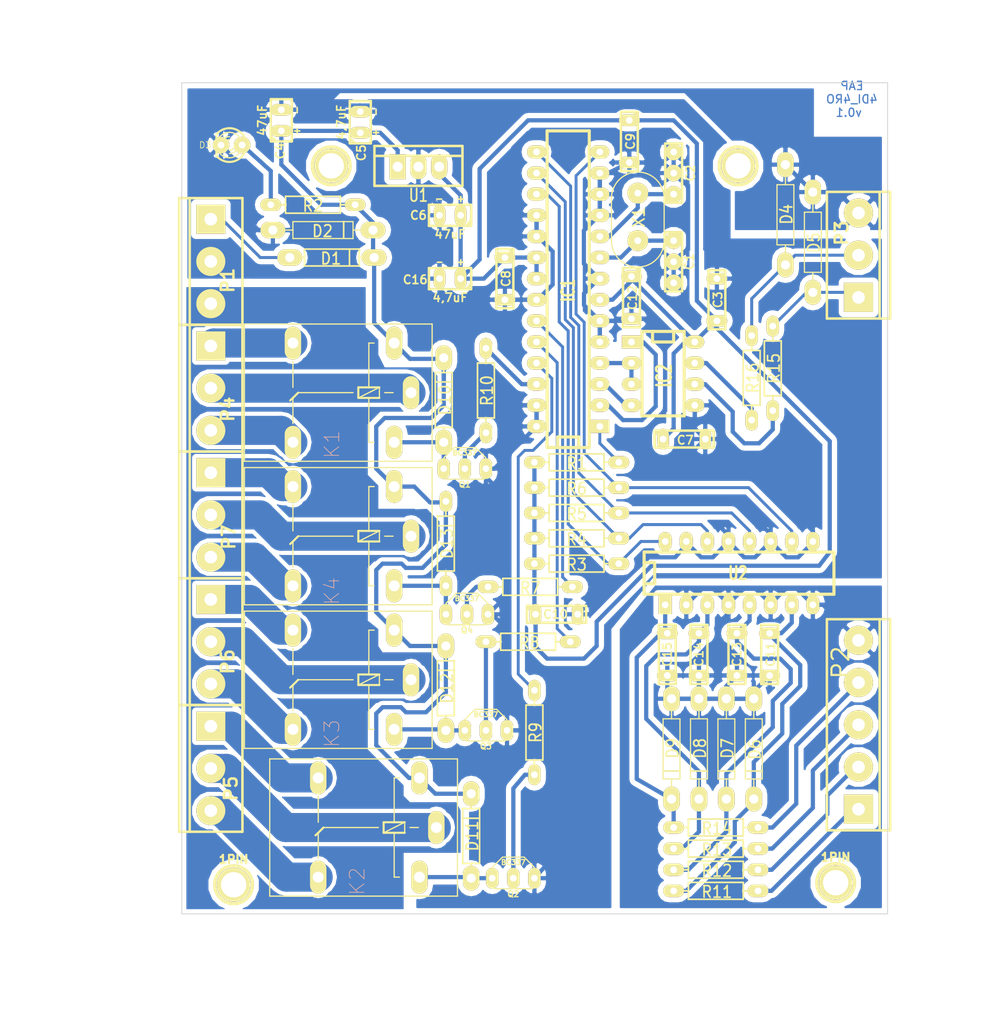
<source format=kicad_pcb>
(kicad_pcb (version 4) (host pcbnew 4.0.2-stable)
  (layers (0 Gorna jumper) (31 Dolna signal) (34 B.Paste user hide) (35 F.Paste user hide) (36 B.SilkS user hide) (37 F.SilkS user) (38 B.Mask user hide) (39 F.Mask user hide) (44 Edge.Cuts user))
  (net 0 "")
  (net 1 +5V)
  (net 2 A)
  (net 3 B)
  (net 4 DGND)
  (net 5 GND)
  (net 6 GNDPWR)
  (net 7 N-000001)
  (net 8 N-000002)
  (net 9 N-000003)
  (net 10 N-000004)
  (net 11 N-000005)
  (net 12 N-000006)
  (net 13 N-000007)
  (net 14 N-000008)
  (net 15 N-000009)
  (net 16 N-000010)
  (net 17 N-000011)
  (net 18 N-000012)
  (net 19 N-000014)
  (net 20 N-000015)
  (net 21 N-000016)
  (net 22 N-000017)
  (net 23 N-000018)
  (net 24 N-000019)
  (net 25 N-000020)
  (net 26 N-000021)
  (net 27 N-000022)
  (net 28 N-000023)
  (net 29 N-000024)
  (net 30 N-000025)
  (net 31 N-000026)
  (net 32 N-000027)
  (net 33 N-000028)
  (net 34 N-000029)
  (net 35 N-000030)
  (net 36 N-000032)
  (net 37 N-000034)
  (net 38 N-000035)
  (net 39 N-000036)
  (net 40 N-000037)
  (net 41 N-000038)
  (net 42 N-000040)
  (net 43 N-000042)
  (net 44 N-000043)
  (net 45 N-000044)
  (net 46 N-000045)
  (net 47 N-000046)
  (net 48 N-000047)
  (net 49 N-000048)
  (net 50 N-000049)
  (net 51 N-000050)
  (net 52 N-000052)
  (net 53 VCC)
  (module DIP-28__300_ELL (layer Gorna) (at 161.036 69.342 90)
    (fp_text reference IC1 (at -0.127 0 90) (layer F.SilkS) (effects (font (size 1.524 1.143) (thickness 0.3048))))
    (fp_text value "" hide)
    (pad 2 thru_hole oval (at -13.97 3.81 90) (size 1.5748 2.286) (drill 0.8128) (layers *.Cu *.Mask F.SilkS) (net 14 N-000008))
    (pad 3 thru_hole oval (at -11.43 3.81 90) (size 1.5748 2.286) (drill 0.8128) (layers *.Cu *.Mask F.SilkS) (net 8 N-000002))
    (pad 4 thru_hole oval (at -8.89 3.81 90) (size 1.5748 2.286) (drill 0.8128) (layers *.Cu *.Mask F.SilkS) (net 9 N-000003))
    (pad 5 thru_hole oval (at -6.35 3.81 90) (size 1.5748 2.286) (drill 0.8128) (layers *.Cu *.Mask F.SilkS) (net 4 DGND))
    (pad 6 thru_hole oval (at -3.81 3.81 90) (size 1.5748 2.286) (drill 0.8128) (layers *.Cu *.Mask F.SilkS) (net 4 DGND))
    (pad 7 thru_hole oval (at -1.27 3.81 90) (size 1.5748 2.286) (drill 0.8128) (layers *.Cu *.Mask F.SilkS) (net 1 +5V))
    (pad 8 thru_hole oval (at 1.27 3.81 90) (size 1.5748 2.286) (drill 0.8128) (layers *.Cu *.Mask F.SilkS) (net 4 DGND))
    (pad 9 thru_hole oval (at 3.81 3.81 90) (size 1.5748 2.286) (drill 0.8128) (layers *.Cu *.Mask F.SilkS) (net 48 N-000047))
    (pad 10 thru_hole oval (at 6.35 3.81 90) (size 1.5748 2.286) (drill 0.8128) (layers *.Cu *.Mask F.SilkS) (net 49 N-000048))
    (pad 11 thru_hole oval (at 8.89 3.81 90) (size 1.5748 2.286) (drill 0.8128) (layers *.Cu *.Mask F.SilkS) (net 4 DGND))
    (pad 12 thru_hole oval (at 11.43 3.81 90) (size 1.5748 2.286) (drill 0.8128) (layers *.Cu *.Mask F.SilkS) (net 4 DGND))
    (pad 13 thru_hole oval (at 13.97 3.81 90) (size 1.5748 2.286) (drill 0.8128) (layers *.Cu *.Mask F.SilkS) (net 4 DGND))
    (pad 14 thru_hole oval (at 16.51 3.81 90) (size 1.5748 2.286) (drill 0.8128) (layers *.Cu *.Mask F.SilkS) (net 20 N-000015))
    (pad 1 thru_hole rect (at -16.51 3.81 90) (size 1.5748 2.286) (drill 0.8128) (layers *.Cu *.Mask F.SilkS) (net 18 N-000012))
    (pad 15 thru_hole oval (at 16.51 -3.81 90) (size 1.5748 2.286) (drill 0.8128) (layers *.Cu *.Mask F.SilkS) (net 21 N-000016))
    (pad 16 thru_hole oval (at 13.97 -3.81 90) (size 1.5748 2.286) (drill 0.8128) (layers *.Cu *.Mask F.SilkS) (net 19 N-000014))
    (pad 17 thru_hole oval (at 11.43 -3.81 90) (size 1.5748 2.286) (drill 0.8128) (layers *.Cu *.Mask F.SilkS) (net 22 N-000017))
    (pad 18 thru_hole oval (at 8.89 -3.81 90) (size 1.5748 2.286) (drill 0.8128) (layers *.Cu *.Mask F.SilkS) (net 4 DGND))
    (pad 19 thru_hole oval (at 6.35 -3.81 90) (size 1.5748 2.286) (drill 0.8128) (layers *.Cu *.Mask F.SilkS) (net 4 DGND))
    (pad 20 thru_hole oval (at 3.81 -3.81 90) (size 1.5748 2.286) (drill 0.8128) (layers *.Cu *.Mask F.SilkS) (net 1 +5V))
    (pad 21 thru_hole oval (at 1.27 -3.81 90) (size 1.5748 2.286) (drill 0.8128) (layers *.Cu *.Mask F.SilkS) (net 1 +5V))
    (pad 22 thru_hole oval (at -1.27 -3.81 90) (size 1.5748 2.286) (drill 0.8128) (layers *.Cu *.Mask F.SilkS) (net 4 DGND))
    (pad 23 thru_hole oval (at -3.81 -3.81 90) (size 1.5748 2.286) (drill 0.8128) (layers *.Cu *.Mask F.SilkS) (net 23 N-000018))
    (pad 24 thru_hole oval (at -6.35 -3.81 90) (size 1.5748 2.286) (drill 0.8128) (layers *.Cu *.Mask F.SilkS) (net 24 N-000019))
    (pad 25 thru_hole oval (at -8.89 -3.81 90) (size 1.5748 2.286) (drill 0.8128) (layers *.Cu *.Mask F.SilkS) (net 25 N-000020))
    (pad 26 thru_hole oval (at -11.43 -3.81 90) (size 1.5748 2.286) (drill 0.8128) (layers *.Cu *.Mask F.SilkS) (net 26 N-000021))
    (pad 27 thru_hole oval (at -13.97 -3.81 90) (size 1.5748 2.286) (drill 0.8128) (layers *.Cu *.Mask F.SilkS) (net 4 DGND))
    (pad 28 thru_hole oval (at -16.51 -3.81 90) (size 1.5748 2.286) (drill 0.8128) (layers *.Cu *.Mask F.SilkS) (net 4 DGND))
  )
  (module R-12 (layer Gorna) (at 183.388 124.714 270)
    (fp_text reference D6 (at 0 -0.127 270) (layer F.SilkS) (effects (font (size 1.397 1.27) (thickness 0.2032))))
    (fp_text value "" hide)
    (pad 1 thru_hole oval (at -6.096 0 270) (size 3 2) (drill 1.1) (layers *.Cu *.Mask F.SilkS) (net 6 GNDPWR))
    (pad 2 thru_hole oval (at 5.969 0 270) (size 3 2) (drill 1.1) (layers *.Cu *.Mask F.SilkS) (net 51 N-000050))
  )
  (module R-12 (layer Gorna) (at 190.5 63.754 270)
    (fp_text reference D5 (at 0 -0.127 270) (layer F.SilkS) (effects (font (size 1.397 1.27) (thickness 0.2032))))
    (fp_text value "" hide)
    (pad 1 thru_hole oval (at -6.096 0 270) (size 3 2) (drill 1.1) (layers *.Cu *.Mask F.SilkS) (net 4 DGND))
    (pad 2 thru_hole oval (at 5.969 0 270) (size 3 2) (drill 1.1) (layers *.Cu *.Mask F.SilkS) (net 36 N-000032))
  )
  (module R-10 (layer Gorna) (at 178.816 136.652 180)
    (fp_text reference R13 (at -0.127 -0.127 180) (layer F.SilkS) (effects (font (size 1.397 1.27) (thickness 0.2032))))
    (fp_text value "" hide)
    (pad 1 thru_hole oval (at -5.08 0 180) (size 2.5 1.5) (drill 0.8128) (layers *.Cu *.Mask F.SilkS) (net 27 N-000022))
    (pad 2 thru_hole oval (at 5.08 0 180) (size 2.5 1.5) (drill 0.8128) (layers *.Cu *.Mask F.SilkS) (net 46 N-000045))
  )
  (module bornier5 (layer Gorna) (at 196 121.75 90)
    (fp_text reference P2 (at 7.493 -2.159 90) (layer F.SilkS) (effects (font (size 2.032 2.032) (thickness 0.254))))
    (fp_text value "" hide)
    (pad 2 thru_hole circle (at -5.08 0 90) (size 3.5 3.5) (drill 1.524) (layers *.Cu *.Mask F.SilkS) (net 15 N-000009))
    (pad 3 thru_hole circle (at 0 0 90) (size 3.5 3.5) (drill 1.524) (layers *.Cu *.Mask F.SilkS) (net 27 N-000022))
    (pad 1 thru_hole rect (at -10.16 0 90) (size 3.5 3.5) (drill 1.524) (layers *.Cu *.Mask F.SilkS) (net 17 N-000011))
    (pad 4 thru_hole circle (at 5.08 0 90) (size 3.5 3.5) (drill 1.524) (layers *.Cu *.Mask F.SilkS) (net 41 N-000038))
    (pad 5 thru_hole circle (at 10.16 0 90) (size 3.5 3.5) (drill 1.524) (layers *.Cu *.Mask F.SilkS) (net 6 GNDPWR))
  )
  (module bornier3 (layer Gorna) (at 118 66 270)
    (fp_text reference P1 (at 2.286 -2.032 270) (layer F.SilkS) (effects (font (thickness 0.3048))))
    (fp_text value "" hide)
    (pad 1 thru_hole rect (at -5.08 0 270) (size 3.5 3.5) (drill 1.524) (layers *.Cu *.Mask F.SilkS) (net 13 N-000007))
    (pad 2 thru_hole circle (at 0 0 270) (size 3.5 3.5) (drill 1.524) (layers *.Cu *.Mask F.SilkS) (net 4 DGND))
    (pad 3 thru_hole circle (at 5.08 0 270) (size 3.5 3.5) (drill 1.524) (layers *.Cu *.Mask F.SilkS) (net 5 GND))
  )
  (module Osc_Moj (layer Gorna) (at 169.418 60.96 90)
    (fp_text reference X1 (at 0.254 0.127 90) (layer F.SilkS) (effects (font (size 1.397 1.27) (thickness 0.2032))))
    (fp_text value "" hide)
    (pad 1 thru_hole circle (at -2.54 0 90) (size 2.5 2.5) (drill 0.8128) (layers *.Cu *.Mask F.SilkS) (net 48 N-000047))
    (pad 2 thru_hole circle (at 3.175 0 90) (size 2.5 2.5) (drill 0.8128) (layers *.Cu *.Mask F.SilkS) (net 49 N-000048))
  )
  (module DIP-16__300_ELL (layer Gorna) (at 181.61 103.505)
    (fp_text reference U2 (at -0.127 0) (layer F.SilkS) (effects (font (size 1.524 1.143) (thickness 0.3048))))
    (fp_text value "" hide)
    (pad 1 thru_hole rect (at -8.89 3.81) (size 1.5748 2.286) (drill 0.8128) (layers *.Cu *.Mask F.SilkS) (net 47 N-000046))
    (pad 2 thru_hole oval (at -6.35 3.81) (size 1.5748 2.286) (drill 0.8128) (layers *.Cu *.Mask F.SilkS) (net 6 GNDPWR))
    (pad 3 thru_hole oval (at -3.81 3.81) (size 1.5748 2.286) (drill 0.8128) (layers *.Cu *.Mask F.SilkS) (net 46 N-000045))
    (pad 4 thru_hole oval (at -1.27 3.81) (size 1.5748 2.286) (drill 0.8128) (layers *.Cu *.Mask F.SilkS) (net 6 GNDPWR))
    (pad 5 thru_hole oval (at 1.27 3.81) (size 1.5748 2.286) (drill 0.8128) (layers *.Cu *.Mask F.SilkS) (net 50 N-000049))
    (pad 6 thru_hole oval (at 3.81 3.81) (size 1.5748 2.286) (drill 0.8128) (layers *.Cu *.Mask F.SilkS) (net 6 GNDPWR))
    (pad 7 thru_hole oval (at 6.35 3.81) (size 1.5748 2.286) (drill 0.8128) (layers *.Cu *.Mask F.SilkS) (net 51 N-000050))
    (pad 8 thru_hole oval (at 8.89 3.81) (size 1.5748 2.286) (drill 0.8128) (layers *.Cu *.Mask F.SilkS) (net 6 GNDPWR))
    (pad 9 thru_hole oval (at 8.89 -3.81) (size 1.5748 2.286) (drill 0.8128) (layers *.Cu *.Mask F.SilkS) (net 4 DGND))
    (pad 10 thru_hole oval (at 6.35 -3.81) (size 1.5748 2.286) (drill 0.8128) (layers *.Cu *.Mask F.SilkS) (net 20 N-000015))
    (pad 11 thru_hole oval (at 3.81 -3.81) (size 1.5748 2.286) (drill 0.8128) (layers *.Cu *.Mask F.SilkS) (net 4 DGND))
    (pad 12 thru_hole oval (at 1.27 -3.81) (size 1.5748 2.286) (drill 0.8128) (layers *.Cu *.Mask F.SilkS) (net 21 N-000016))
    (pad 13 thru_hole oval (at -1.27 -3.81) (size 1.5748 2.286) (drill 0.8128) (layers *.Cu *.Mask F.SilkS) (net 4 DGND))
    (pad 14 thru_hole oval (at -3.81 -3.81) (size 1.5748 2.286) (drill 0.8128) (layers *.Cu *.Mask F.SilkS) (net 19 N-000014))
    (pad 15 thru_hole oval (at -6.35 -3.81) (size 1.5748 2.286) (drill 0.8128) (layers *.Cu *.Mask F.SilkS) (net 4 DGND))
    (pad 16 thru_hole oval (at -8.89 -3.81) (size 1.5748 2.286) (drill 0.8128) (layers *.Cu *.Mask F.SilkS) (net 22 N-000017))
  )
  (module relay-G5LE (layer Gorna) (at 135.636 134.112 180)
    (fp_text reference K2 (at 0 -6.477 270) (layer B.SilkS) (effects (font (size 1.778 1.778) (thickness 0.0889))))
    (fp_text value "" hide)
    (pad 1 thru_hole oval (at -7.493 5.969 180) (size 1.9812 3.9624) (drill 1.3208) (layers *.Cu F.Paste F.SilkS F.Mask) (net 53 VCC))
    (pad 2 thru_hole oval (at -7.493 -5.969 180) (size 1.9812 3.9624) (drill 1.3208) (layers *.Cu F.Paste F.SilkS F.Mask) (net 42 N-000040))
    (pad O thru_hole oval (at 4.699 -5.969 180) (size 1.9812 3.9624) (drill 1.3208) (layers *.Cu F.Paste F.SilkS F.Mask) (net 33 N-000028))
    (pad P thru_hole oval (at -9.525 0 180) (size 1.9812 3.9624) (drill 1.3208) (layers *.Cu F.Paste F.SilkS F.Mask) (net 31 N-000026))
    (pad S thru_hole oval (at 4.699 5.969 180) (size 1.9812 3.9624) (drill 1.3208) (layers *.Cu F.Paste F.SilkS F.Mask) (net 32 N-000027))
  )
  (module relay-G5LE (layer Gorna) (at 132.588 116.332 180)
    (fp_text reference K3 (at 0 -6.477 270) (layer B.SilkS) (effects (font (size 1.778 1.778) (thickness 0.0889))))
    (fp_text value "" hide)
    (pad 1 thru_hole oval (at -7.493 5.969 180) (size 1.9812 3.9624) (drill 1.3208) (layers *.Cu F.Paste F.SilkS F.Mask) (net 53 VCC))
    (pad 2 thru_hole oval (at -7.493 -5.969 180) (size 1.9812 3.9624) (drill 1.3208) (layers *.Cu F.Paste F.SilkS F.Mask) (net 45 N-000044))
    (pad O thru_hole oval (at 4.699 -5.969 180) (size 1.9812 3.9624) (drill 1.3208) (layers *.Cu F.Paste F.SilkS F.Mask) (net 35 N-000030))
    (pad P thru_hole oval (at -9.525 0 180) (size 1.9812 3.9624) (drill 1.3208) (layers *.Cu F.Paste F.SilkS F.Mask) (net 34 N-000029))
    (pad S thru_hole oval (at 4.699 5.969 180) (size 1.9812 3.9624) (drill 1.3208) (layers *.Cu F.Paste F.SilkS F.Mask) (net 38 N-000035))
  )
  (module relay-G5LE (layer Gorna) (at 132.588 99.06 180)
    (fp_text reference K4 (at 0 -6.604 270) (layer B.SilkS) (effects (font (size 1.778 1.778) (thickness 0.0889))))
    (fp_text value "" hide)
    (pad 1 thru_hole oval (at -7.493 5.969 180) (size 1.9812 3.9624) (drill 1.3208) (layers *.Cu F.Paste F.SilkS F.Mask) (net 53 VCC))
    (pad 2 thru_hole oval (at -7.493 -5.969 180) (size 1.9812 3.9624) (drill 1.3208) (layers *.Cu F.Paste F.SilkS F.Mask) (net 44 N-000043))
    (pad O thru_hole oval (at 4.699 -5.969 180) (size 1.9812 3.9624) (drill 1.3208) (layers *.Cu F.Paste F.SilkS F.Mask) (net 37 N-000034))
    (pad P thru_hole oval (at -9.525 0 180) (size 1.9812 3.9624) (drill 1.3208) (layers *.Cu F.Paste F.SilkS F.Mask) (net 39 N-000036))
    (pad S thru_hole oval (at 4.699 5.969 180) (size 1.9812 3.9624) (drill 1.3208) (layers *.Cu F.Paste F.SilkS F.Mask) (net 40 N-000037))
  )
  (module relay-G5LE (layer Gorna) (at 132.588 81.788 180)
    (fp_text reference K1 (at 0 -6.223 270) (layer B.SilkS) (effects (font (size 1.778 1.778) (thickness 0.0889))))
    (fp_text value "" hide)
    (pad 1 thru_hole oval (at -7.493 5.969 180) (size 1.9812 3.9624) (drill 1.3208) (layers *.Cu F.Paste F.SilkS F.Mask) (net 53 VCC))
    (pad 2 thru_hole oval (at -7.493 -5.969 180) (size 1.9812 3.9624) (drill 1.3208) (layers *.Cu F.Paste F.SilkS F.Mask) (net 43 N-000042))
    (pad O thru_hole oval (at 4.699 -5.969 180) (size 1.9812 3.9624) (drill 1.3208) (layers *.Cu F.Paste F.SilkS F.Mask) (net 30 N-000025))
    (pad P thru_hole oval (at -9.525 0 180) (size 1.9812 3.9624) (drill 1.3208) (layers *.Cu F.Paste F.SilkS F.Mask) (net 28 N-000023))
    (pad S thru_hole oval (at 4.699 5.969 180) (size 1.9812 3.9624) (drill 1.3208) (layers *.Cu F.Paste F.SilkS F.Mask) (net 29 N-000024))
  )
  (module C-2_5 (layer Gorna) (at 146.812 60.452 180)
    (fp_text reference C6 (at 3.81 0 180) (layer F.SilkS) (effects (font (size 1.016 1.016) (thickness 0.2032))))
    (fp_text value 47uF (at 0 -2.286 180) (layer F.SilkS) (effects (font (size 1.016 1.016) (thickness 0.2032))))
    (pad 1 thru_hole oval (at -1.27 0 180) (size 1.397 2.5) (drill 0.8128) (layers *.Cu *.Mask F.SilkS) (net 1 +5V))
    (pad 2 thru_hole oval (at 1.27 0 180) (size 1.397 2.5) (drill 0.8128) (layers *.Cu *.Mask F.SilkS) (net 4 DGND))
  )
  (module C-2_5 (layer Gorna) (at 136 49.25 90)
    (fp_text reference C5 (at -3.683 0.127 90) (layer F.SilkS) (effects (font (size 1.016 1.016) (thickness 0.2032))))
    (fp_text value 4,7uF (at 0 -2.286 90) (layer F.SilkS) (effects (font (size 1.016 1.016) (thickness 0.2032))))
    (pad 1 thru_hole oval (at -1.27 0 90) (size 1.397 2.5) (drill 0.8128) (layers *.Cu *.Mask F.SilkS) (net 53 VCC))
    (pad 2 thru_hole oval (at 1.27 0 90) (size 1.397 2.5) (drill 0.8128) (layers *.Cu *.Mask F.SilkS) (net 4 DGND))
  )
  (module R-10 (layer Gorna) (at 178.816 139.192 180)
    (fp_text reference R12 (at -0.127 -0.127 180) (layer F.SilkS) (effects (font (size 1.397 1.27) (thickness 0.2032))))
    (fp_text value "" hide)
    (pad 1 thru_hole oval (at -5.08 0 180) (size 2.5 1.5) (drill 0.8128) (layers *.Cu *.Mask F.SilkS) (net 15 N-000009))
    (pad 2 thru_hole oval (at 5.08 0 180) (size 2.5 1.5) (drill 0.8128) (layers *.Cu *.Mask F.SilkS) (net 50 N-000049))
  )
  (module R-10 (layer Gorna) (at 130.302 59.182 180)
    (fp_text reference R2 (at 0 -0.127 180) (layer F.SilkS) (effects (font (size 1.397 1.27) (thickness 0.2032))))
    (fp_text value "" hide)
    (pad 1 thru_hole oval (at -5.08 0 180) (size 2.5 1.5) (drill 0.8128) (layers *.Cu *.Mask F.SilkS) (net 53 VCC))
    (pad 2 thru_hole oval (at 5.08 0 180) (size 2.5 1.5) (drill 0.8128) (layers *.Cu *.Mask F.SilkS) (net 16 N-000010))
  )
  (module R-10 (layer Gorna) (at 162.052 102.362)
    (fp_text reference R3 (at 0 0.127) (layer F.SilkS) (effects (font (size 1.397 1.27) (thickness 0.2032))))
    (fp_text value "" hide)
    (pad 1 thru_hole oval (at -5.08 0) (size 2.5 1.5) (drill 0.8128) (layers *.Cu *.Mask F.SilkS) (net 1 +5V))
    (pad 2 thru_hole oval (at 5.08 0) (size 2.5 1.5) (drill 0.8128) (layers *.Cu *.Mask F.SilkS) (net 22 N-000017))
  )
  (module R-10 (layer Gorna) (at 162.052 99.314)
    (fp_text reference R4 (at 0 0.127) (layer F.SilkS) (effects (font (size 1.397 1.27) (thickness 0.2032))))
    (fp_text value "" hide)
    (pad 1 thru_hole oval (at -5.08 0) (size 2.5 1.5) (drill 0.8128) (layers *.Cu *.Mask F.SilkS) (net 1 +5V))
    (pad 2 thru_hole oval (at 5.08 0) (size 2.5 1.5) (drill 0.8128) (layers *.Cu *.Mask F.SilkS) (net 19 N-000014))
  )
  (module R-10 (layer Gorna) (at 162.052 96.266)
    (fp_text reference R5 (at 0 0.127) (layer F.SilkS) (effects (font (size 1.397 1.27) (thickness 0.2032))))
    (fp_text value "" hide)
    (pad 1 thru_hole oval (at -5.08 0) (size 2.5 1.5) (drill 0.8128) (layers *.Cu *.Mask F.SilkS) (net 1 +5V))
    (pad 2 thru_hole oval (at 5.08 0) (size 2.5 1.5) (drill 0.8128) (layers *.Cu *.Mask F.SilkS) (net 21 N-000016))
  )
  (module R-10 (layer Gorna) (at 162.052 90.17)
    (fp_text reference R1 (at 0 0.127) (layer F.SilkS) (effects (font (size 1.397 1.27) (thickness 0.2032))))
    (fp_text value "" hide)
    (pad 1 thru_hole oval (at -5.08 0) (size 2.5 1.5) (drill 0.8128) (layers *.Cu *.Mask F.SilkS) (net 1 +5V))
    (pad 2 thru_hole oval (at 5.08 0) (size 2.5 1.5) (drill 0.8128) (layers *.Cu *.Mask F.SilkS) (net 18 N-000012))
  )
  (module R-10 (layer Gorna) (at 178.816 141.732 180)
    (fp_text reference R11 (at -0.127 -0.127 180) (layer F.SilkS) (effects (font (size 1.397 1.27) (thickness 0.2032))))
    (fp_text value "" hide)
    (pad 1 thru_hole oval (at -5.08 0 180) (size 2.5 1.5) (drill 0.8128) (layers *.Cu *.Mask F.SilkS) (net 17 N-000011))
    (pad 2 thru_hole oval (at 5.08 0 180) (size 2.5 1.5) (drill 0.8128) (layers *.Cu *.Mask F.SilkS) (net 51 N-000050))
  )
  (module R-10 (layer Gorna) (at 151.13 81.534 90)
    (fp_text reference R10 (at 0 0.127 90) (layer F.SilkS) (effects (font (size 1.397 1.27) (thickness 0.2032))))
    (fp_text value "" hide)
    (pad 1 thru_hole oval (at -5.08 0 90) (size 2.5 1.5) (drill 0.8128) (layers *.Cu *.Mask F.SilkS) (net 10 N-000004))
    (pad 2 thru_hole oval (at 5.08 0 90) (size 2.5 1.5) (drill 0.8128) (layers *.Cu *.Mask F.SilkS) (net 26 N-000021))
  )
  (module R-10 (layer Gorna) (at 156.972 122.682 90)
    (fp_text reference R9 (at 0 0.127 90) (layer F.SilkS) (effects (font (size 1.397 1.27) (thickness 0.2032))))
    (fp_text value "" hide)
    (pad 1 thru_hole oval (at -5.08 0 90) (size 2.5 1.5) (drill 0.8128) (layers *.Cu *.Mask F.SilkS) (net 11 N-000005))
    (pad 2 thru_hole oval (at 5.08 0 90) (size 2.5 1.5) (drill 0.8128) (layers *.Cu *.Mask F.SilkS) (net 25 N-000020))
  )
  (module R-10 (layer Gorna) (at 156.464 105.156)
    (fp_text reference R7 (at 0 0.127) (layer F.SilkS) (effects (font (size 1.397 1.27) (thickness 0.2032))))
    (fp_text value "" hide)
    (pad 1 thru_hole oval (at -5.08 0) (size 2.5 1.5) (drill 0.8128) (layers *.Cu *.Mask F.SilkS) (net 7 N-000001))
    (pad 2 thru_hole oval (at 5.08 0) (size 2.5 1.5) (drill 0.8128) (layers *.Cu *.Mask F.SilkS) (net 23 N-000018))
  )
  (module R-10 (layer Gorna) (at 156.21 111.76)
    (fp_text reference R8 (at 0.127 0.127) (layer F.SilkS) (effects (font (size 1.397 1.27) (thickness 0.2032))))
    (fp_text value "" hide)
    (pad 1 thru_hole oval (at -5.08 0) (size 2.5 1.5) (drill 0.8128) (layers *.Cu *.Mask F.SilkS) (net 12 N-000006))
    (pad 2 thru_hole oval (at 5.08 0) (size 2.5 1.5) (drill 0.8128) (layers *.Cu *.Mask F.SilkS) (net 24 N-000019))
  )
  (module R-10 (layer Gorna) (at 162.052 93.218)
    (fp_text reference R6 (at 0 0.127) (layer F.SilkS) (effects (font (size 1.397 1.27) (thickness 0.2032))))
    (fp_text value "" hide)
    (pad 1 thru_hole oval (at -5.08 0) (size 2.5 1.5) (drill 0.8128) (layers *.Cu *.Mask F.SilkS) (net 1 +5V))
    (pad 2 thru_hole oval (at 5.08 0) (size 2.5 1.5) (drill 0.8128) (layers *.Cu *.Mask F.SilkS) (net 20 N-000015))
  )
  (module DIP-8__300_ELL (layer Gorna) (at 172.466 79.502 270)
    (fp_text reference IC2 (at 0.254 -0.127 270) (layer F.SilkS) (effects (font (size 1.778 1.143) (thickness 0.28575))))
    (fp_text value "" hide)
    (pad 1 thru_hole rect (at -3.81 3.81 270) (size 1.5748 2.286) (drill 0.8128) (layers *.Cu *.Mask F.SilkS) (net 14 N-000008))
    (pad 2 thru_hole oval (at -1.27 3.81 270) (size 1.5748 2.286) (drill 0.8128) (layers *.Cu *.Mask F.SilkS) (net 9 N-000003))
    (pad 3 thru_hole oval (at 1.27 3.81 270) (size 1.5748 2.286) (drill 0.8128) (layers *.Cu *.Mask F.SilkS) (net 9 N-000003))
    (pad 4 thru_hole oval (at 3.81 3.81 270) (size 1.5748 2.286) (drill 0.8128) (layers *.Cu *.Mask F.SilkS) (net 8 N-000002))
    (pad 5 thru_hole oval (at 3.81 -3.81 270) (size 1.5748 2.286) (drill 0.8128) (layers *.Cu *.Mask F.SilkS) (net 4 DGND))
    (pad 6 thru_hole oval (at 1.27 -3.81 270) (size 1.5748 2.286) (drill 0.8128) (layers *.Cu *.Mask F.SilkS) (net 2 A))
    (pad 7 thru_hole oval (at -1.27 -3.81 270) (size 1.5748 2.286) (drill 0.8128) (layers *.Cu *.Mask F.SilkS) (net 3 B))
    (pad 8 thru_hole oval (at -3.81 -3.81 270) (size 1.5748 2.286) (drill 0.8128) (layers *.Cu *.Mask F.SilkS) (net 1 +5V))
  )
  (module R-10 (layer Gorna) (at 146.05 82.677 90)
    (fp_text reference D10 (at 0 0.127 90) (layer F.SilkS) (effects (font (size 1.397 1.27) (thickness 0.2032))))
    (fp_text value "" hide)
    (pad 1 thru_hole oval (at -5.08 0 90) (size 3 2) (drill 1.1) (layers *.Cu *.Mask F.SilkS) (net 43 N-000042))
    (pad 2 thru_hole oval (at 5.08 0 90) (size 3 2) (drill 1.1) (layers *.Cu *.Mask F.SilkS) (net 53 VCC))
  )
  (module R-10 (layer Gorna) (at 178.816 134.112 180)
    (fp_text reference R14 (at -0.127 -0.127 180) (layer F.SilkS) (effects (font (size 1.397 1.27) (thickness 0.2032))))
    (fp_text value "" hide)
    (pad 1 thru_hole oval (at -5.08 0 180) (size 2.5 1.5) (drill 0.8128) (layers *.Cu *.Mask F.SilkS) (net 41 N-000038))
    (pad 2 thru_hole oval (at 5.08 0 180) (size 2.5 1.5) (drill 0.8128) (layers *.Cu *.Mask F.SilkS) (net 47 N-000046))
  )
  (module C-5 (layer Gorna) (at 178.943 70.612 90)
    (fp_text reference C3 (at 0 0.127 90) (layer F.SilkS) (effects (font (size 1.016 1.016) (thickness 0.2032))))
    (fp_text value "" hide)
    (pad 1 thru_hole oval (at -2.54 0 90) (size 1.397 2.5) (drill 0.8128) (layers *.Cu *.Mask F.SilkS) (net 1 +5V))
    (pad 2 thru_hole oval (at 2.54 0 90) (size 1.397 2.5) (drill 0.8128) (layers *.Cu *.Mask F.SilkS) (net 4 DGND))
  )
  (module C-5 (layer Gorna) (at 175.006 87.376)
    (fp_text reference C7 (at 0.127 0.127) (layer F.SilkS) (effects (font (size 1.016 1.016) (thickness 0.2032))))
    (fp_text value "" hide)
    (pad 1 thru_hole oval (at -2.54 0) (size 1.397 2.5) (drill 0.8128) (layers *.Cu *.Mask F.SilkS) (net 1 +5V))
    (pad 2 thru_hole oval (at 2.54 0) (size 1.397 2.5) (drill 0.8128) (layers *.Cu *.Mask F.SilkS) (net 4 DGND))
  )
  (module C-5 (layer Gorna) (at 153.416 68.072 270)
    (fp_text reference C8 (at 0 -0.127 270) (layer F.SilkS) (effects (font (size 1.016 1.016) (thickness 0.2032))))
    (fp_text value "" hide)
    (pad 1 thru_hole oval (at -2.54 0 270) (size 1.397 2.5) (drill 0.8128) (layers *.Cu *.Mask F.SilkS) (net 1 +5V))
    (pad 2 thru_hole oval (at 2.54 0 270) (size 1.397 2.5) (drill 0.8128) (layers *.Cu *.Mask F.SilkS) (net 4 DGND))
  )
  (module C-5 (layer Gorna) (at 168.402 51.562 270)
    (fp_text reference C9 (at 0 -0.127 270) (layer F.SilkS) (effects (font (size 1.016 1.016) (thickness 0.2032))))
    (fp_text value "" hide)
    (pad 1 thru_hole oval (at -2.54 0 270) (size 1.397 2.5) (drill 0.8128) (layers *.Cu *.Mask F.SilkS) (net 1 +5V))
    (pad 2 thru_hole oval (at 2.54 0 270) (size 1.397 2.5) (drill 0.8128) (layers *.Cu *.Mask F.SilkS) (net 4 DGND))
  )
  (module C-5 (layer Gorna) (at 159.639 108.458)
    (fp_text reference C10 (at -0.127 0) (layer F.SilkS) (effects (font (size 1.016 1.016) (thickness 0.2032))))
    (fp_text value "" hide)
    (pad 1 thru_hole oval (at -2.54 0) (size 1.397 2.5) (drill 0.8128) (layers *.Cu *.Mask F.SilkS) (net 1 +5V))
    (pad 2 thru_hole oval (at 2.54 0) (size 1.397 2.5) (drill 0.8128) (layers *.Cu *.Mask F.SilkS) (net 4 DGND))
  )
  (module C-5 (layer Gorna) (at 185.293 113.284 90)
    (fp_text reference C11 (at 0 0.127 90) (layer F.SilkS) (effects (font (size 1.016 1.016) (thickness 0.2032))))
    (fp_text value "" hide)
    (pad 1 thru_hole oval (at -2.54 0 90) (size 1.397 2.5) (drill 0.8128) (layers *.Cu *.Mask F.SilkS) (net 6 GNDPWR))
    (pad 2 thru_hole oval (at 2.54 0 90) (size 1.397 2.5) (drill 0.8128) (layers *.Cu *.Mask F.SilkS) (net 51 N-000050))
  )
  (module R-10 (layer Gorna) (at 185.674 78.867 270)
    (fp_text reference R15 (at 0 -0.127 270) (layer F.SilkS) (effects (font (size 1.397 1.27) (thickness 0.2032))))
    (fp_text value "" (at 0 -0.127 270) (layer F.SilkS) (effects (font (size 1.397 1.27) (thickness 0.2032))))
    (pad 1 thru_hole oval (at -5.08 0 270) (size 2.5 1.5) (drill 0.8128) (layers *.Cu *.Mask F.SilkS) (net 36 N-000032))
    (pad 2 thru_hole oval (at 5.08 0 270) (size 2.5 1.5) (drill 0.8128) (layers *.Cu *.Mask F.SilkS) (net 2 A))
  )
  (module R-10 (layer Gorna) (at 183.134 80.01 270)
    (fp_text reference R16 (at 0 -0.127 270) (layer F.SilkS) (effects (font (size 1.397 1.27) (thickness 0.2032))))
    (fp_text value "" (at 0 -0.127 270) (layer F.SilkS) (effects (font (size 1.397 1.27) (thickness 0.2032))))
    (pad 1 thru_hole oval (at -5.08 0 270) (size 2.5 1.5) (drill 0.8128) (layers *.Cu *.Mask F.SilkS) (net 52 N-000052))
    (pad 2 thru_hole oval (at 5.08 0 270) (size 2.5 1.5) (drill 0.8128) (layers *.Cu *.Mask F.SilkS) (net 3 B))
  )
  (module C-2_5 (layer Gorna) (at 126.492 49.022 90)
    (fp_text reference C4 (at -3.683 -0.127 90) (layer F.SilkS) (effects (font (size 1.016 1.016) (thickness 0.2032))))
    (fp_text value 47uF (at 0 -2.286 90) (layer F.SilkS) (effects (font (size 1.016 1.016) (thickness 0.2032))))
    (pad 1 thru_hole oval (at -1.27 0 90) (size 1.397 2.5) (drill 0.8128) (layers *.Cu *.Mask F.SilkS) (net 53 VCC))
    (pad 2 thru_hole oval (at 1.27 0 90) (size 1.397 2.5) (drill 0.8128) (layers *.Cu *.Mask F.SilkS) (net 4 DGND))
  )
  (module C-5 (layer Gorna) (at 168.656 70.358 270)
    (fp_text reference C12 (at 0 -0.127 270) (layer F.SilkS) (effects (font (size 1.016 1.016) (thickness 0.2032))))
    (fp_text value "" hide)
    (pad 1 thru_hole oval (at -2.54 0 270) (size 1.397 2.5) (drill 0.8128) (layers *.Cu *.Mask F.SilkS) (net 1 +5V))
    (pad 2 thru_hole oval (at 2.54 0 270) (size 1.397 2.5) (drill 0.8128) (layers *.Cu *.Mask F.SilkS) (net 4 DGND))
  )
  (module R-12 (layer Gorna) (at 131.572 62.23)
    (fp_text reference D2 (at -0.127 0.127) (layer F.SilkS) (effects (font (size 1.397 1.27) (thickness 0.2032))))
    (fp_text value "" hide)
    (pad 1 thru_hole oval (at -6.096 0) (size 3 2) (drill 1.1) (layers *.Cu *.Mask F.SilkS) (net 4 DGND))
    (pad 2 thru_hole oval (at 5.969 0) (size 3 2) (drill 1.1) (layers *.Cu *.Mask F.SilkS) (net 53 VCC))
  )
  (module C-5 (layer Gorna) (at 181.356 113.284 270)
    (fp_text reference C13 (at 0 0 270) (layer F.SilkS) (effects (font (size 1.016 1.016) (thickness 0.2032))))
    (fp_text value "" hide)
    (pad 1 thru_hole oval (at -2.54 0 270) (size 1.397 2.5) (drill 0.8128) (layers *.Cu *.Mask F.SilkS) (net 50 N-000049))
    (pad 2 thru_hole oval (at 2.54 0 270) (size 1.397 2.5) (drill 0.8128) (layers *.Cu *.Mask F.SilkS) (net 6 GNDPWR))
  )
  (module C-5 (layer Gorna) (at 176.784 113.284 270)
    (fp_text reference C14 (at 0 0 270) (layer F.SilkS) (effects (font (size 1.016 1.016) (thickness 0.2032))))
    (fp_text value "" hide)
    (pad 1 thru_hole oval (at -2.54 0 270) (size 1.397 2.5) (drill 0.8128) (layers *.Cu *.Mask F.SilkS) (net 46 N-000045))
    (pad 2 thru_hole oval (at 2.54 0 270) (size 1.397 2.5) (drill 0.8128) (layers *.Cu *.Mask F.SilkS) (net 6 GNDPWR))
  )
  (module C-5 (layer Gorna) (at 172.974 113.284 270)
    (fp_text reference C15 (at 0 0 270) (layer F.SilkS) (effects (font (size 1.016 1.016) (thickness 0.2032))))
    (fp_text value "" hide)
    (pad 1 thru_hole oval (at -2.54 0 270) (size 1.397 2.5) (drill 0.8128) (layers *.Cu *.Mask F.SilkS) (net 47 N-000046))
    (pad 2 thru_hole oval (at 2.54 0 270) (size 1.397 2.5) (drill 0.8128) (layers *.Cu *.Mask F.SilkS) (net 6 GNDPWR))
  )
  (module TO92_Moj (layer Gorna) (at 154.432 140.208 180)
    (fp_text reference Q2 (at 0 -1.905 180) (layer F.SilkS) (effects (font (size 0.7 0.7))))
    (fp_text value BC337 (at 0 1.905 180) (layer F.SilkS) (effects (font (size 0.6 0.6))))
    (pad C thru_hole oval (at 2.54 0 180) (size 1.5 2.5) (drill 0.8) (layers *.Cu *.Mask F.SilkS) (net 42 N-000040))
    (pad B thru_hole oval (at 0 0 180) (size 1.5 2.5) (drill 0.8) (layers *.Cu *.Mask F.SilkS) (net 11 N-000005))
    (pad E thru_hole oval (at -2.54 0 180) (size 1.5 2.5) (drill 0.8) (layers *.Cu *.Mask F.SilkS) (net 4 DGND))
  )
  (module TO92_Moj (layer Gorna) (at 148.59 90.932 180)
    (fp_text reference Q1 (at 0 -1.905 180) (layer F.SilkS) (effects (font (size 0.7 0.7))))
    (fp_text value BC337 (at 0 1.905 180) (layer F.SilkS) (effects (font (size 0.6 0.6))))
    (pad C thru_hole oval (at 2.54 0 180) (size 1.5 2.5) (drill 0.8) (layers *.Cu *.Mask F.SilkS) (net 43 N-000042))
    (pad B thru_hole oval (at 0 0 180) (size 1.5 2.5) (drill 0.8) (layers *.Cu *.Mask F.SilkS) (net 10 N-000004))
    (pad E thru_hole oval (at -2.54 0 180) (size 1.5 2.5) (drill 0.8) (layers *.Cu *.Mask F.SilkS) (net 4 DGND))
  )
  (module TO92_Moj (layer Gorna) (at 151.13 122.428 180)
    (fp_text reference Q3 (at 0 -1.905 180) (layer F.SilkS) (effects (font (size 0.7 0.7))))
    (fp_text value BC337 (at 0 1.905 180) (layer F.SilkS) (effects (font (size 0.6 0.6))))
    (pad C thru_hole oval (at 2.54 0 180) (size 1.5 2.5) (drill 0.8) (layers *.Cu *.Mask F.SilkS) (net 45 N-000044))
    (pad B thru_hole oval (at 0 0 180) (size 1.5 2.5) (drill 0.8) (layers *.Cu *.Mask F.SilkS) (net 12 N-000006))
    (pad E thru_hole oval (at -2.54 0 180) (size 1.5 2.5) (drill 0.8) (layers *.Cu *.Mask F.SilkS) (net 4 DGND))
  )
  (module TO92_Moj (layer Gorna) (at 148.844 108.458 180)
    (fp_text reference Q4 (at 0 -1.905 180) (layer F.SilkS) (effects (font (size 0.7 0.7))))
    (fp_text value BC337 (at 0 1.905 180) (layer F.SilkS) (effects (font (size 0.6 0.6))))
    (pad C thru_hole oval (at 2.54 0 180) (size 1.5 2.5) (drill 0.8) (layers *.Cu *.Mask F.SilkS) (net 44 N-000043))
    (pad B thru_hole oval (at 0 0 180) (size 1.5 2.5) (drill 0.8) (layers *.Cu *.Mask F.SilkS) (net 7 N-000001))
    (pad E thru_hole oval (at -2.54 0 180) (size 1.5 2.5) (drill 0.8) (layers *.Cu *.Mask F.SilkS) (net 4 DGND))
  )
  (module 7805 (layer Gorna) (at 143.002 54.61)
    (fp_text reference U1 (at 0 3.429) (layer F.SilkS) (effects (font (size 1.524 1.143) (thickness 0.2032))))
    (fp_text value "" hide)
    (pad VI thru_hole rect (at -2.49682 0) (size 1.95 3) (drill 1.20142) (layers *.Cu *.Mask F.SilkS) (net 53 VCC))
    (pad GND thru_hole oval (at 0 0) (size 1.95 3) (drill 1.20142) (layers *.Cu *.Mask F.SilkS) (net 4 DGND))
    (pad VO thru_hole oval (at 2.5019 0) (size 1.95 3) (drill 1.20142) (layers *.Cu *.Mask F.SilkS) (net 1 +5V))
  )
  (module bornier3 (layer Gorna) (at 196 65.25 90)
    (fp_text reference P3 (at 2.667 -2.032 90) (layer F.SilkS) (effects (font (thickness 0.3048))))
    (fp_text value "" hide)
    (pad 1 thru_hole rect (at -5.08 0 90) (size 3.5 3.5) (drill 1.524) (layers *.Cu *.Mask F.SilkS) (net 36 N-000032))
    (pad 2 thru_hole circle (at 0 0 90) (size 3.5 3.5) (drill 1.524) (layers *.Cu *.Mask F.SilkS) (net 52 N-000052))
    (pad 3 thru_hole circle (at 5.08 0 90) (size 3.5 3.5) (drill 1.524) (layers *.Cu *.Mask F.SilkS) (net 4 DGND))
  )
  (module bornier3 (layer Gorna) (at 118 81.25 270)
    (fp_text reference P4 (at 2.54 -2.032 270) (layer F.SilkS) (effects (font (thickness 0.3048))))
    (fp_text value "" hide)
    (pad 1 thru_hole rect (at -5.08 0 270) (size 3.5 3.5) (drill 1.524) (layers *.Cu *.Mask F.SilkS) (net 29 N-000024))
    (pad 2 thru_hole circle (at 0 0 270) (size 3.5 3.5) (drill 1.524) (layers *.Cu *.Mask F.SilkS) (net 28 N-000023))
    (pad 3 thru_hole circle (at 5.08 0 270) (size 3.5 3.5) (drill 1.524) (layers *.Cu *.Mask F.SilkS) (net 30 N-000025))
  )
  (module bornier3 (layer Gorna) (at 118 127 270)
    (fp_text reference P5 (at 2.413 -2.413 270) (layer F.SilkS) (effects (font (thickness 0.3048))))
    (fp_text value "" hide)
    (pad 1 thru_hole rect (at -5.08 0 270) (size 3.5 3.5) (drill 1.524) (layers *.Cu *.Mask F.SilkS) (net 32 N-000027))
    (pad 2 thru_hole circle (at 0 0 270) (size 3.5 3.5) (drill 1.524) (layers *.Cu *.Mask F.SilkS) (net 31 N-000026))
    (pad 3 thru_hole circle (at 5.08 0 270) (size 3.5 3.5) (drill 1.524) (layers *.Cu *.Mask F.SilkS) (net 33 N-000028))
  )
  (module bornier3 (layer Gorna) (at 118 111.75 270)
    (fp_text reference P6 (at 2.413 -2.032 270) (layer F.SilkS) (effects (font (thickness 0.3048))))
    (fp_text value "" hide)
    (pad 1 thru_hole rect (at -5.08 0 270) (size 3.5 3.5) (drill 1.524) (layers *.Cu *.Mask F.SilkS) (net 38 N-000035))
    (pad 2 thru_hole circle (at 0 0 270) (size 3.5 3.5) (drill 1.524) (layers *.Cu *.Mask F.SilkS) (net 34 N-000029))
    (pad 3 thru_hole circle (at 5.08 0 270) (size 3.5 3.5) (drill 1.524) (layers *.Cu *.Mask F.SilkS) (net 35 N-000030))
  )
  (module bornier3 (layer Gorna) (at 118 96.5 270)
    (fp_text reference P7 (at 2.667 -2.159 270) (layer F.SilkS) (effects (font (thickness 0.3048))))
    (fp_text value "" hide)
    (pad 1 thru_hole rect (at -5.08 0 270) (size 3.5 3.5) (drill 1.524) (layers *.Cu *.Mask F.SilkS) (net 40 N-000037))
    (pad 2 thru_hole circle (at 0 0 270) (size 3.5 3.5) (drill 1.524) (layers *.Cu *.Mask F.SilkS) (net 39 N-000036))
    (pad 3 thru_hole circle (at 5.08 0 270) (size 3.5 3.5) (drill 1.524) (layers *.Cu *.Mask F.SilkS) (net 37 N-000034))
  )
  (module C1-1 (layer Gorna) (at 173.736 55.372 90)
    (fp_text reference C2 (at 0 2.032 90) (layer F.SilkS) (effects (font (size 1.016 1.016) (thickness 0.2032))))
    (fp_text value "" hide)
    (pad 1 thru_hole circle (at -2.54 0 90) (size 2 2) (drill 0.8128) (layers *.Cu *.Mask F.SilkS) (net 49 N-000048))
    (pad 2 thru_hole circle (at 2.54 0 90) (size 2 2) (drill 0.8128) (layers *.Cu *.Mask F.SilkS) (net 4 DGND))
    (pad 2 thru_hole circle (at 0 0 90) (size 2 2) (drill 0.8128) (layers *.Cu *.Mask F.SilkS) (net 4 DGND))
  )
  (module C1-1 (layer Gorna) (at 173.736 66.04 270)
    (fp_text reference C1 (at 0 -1.905 270) (layer F.SilkS) (effects (font (size 1.016 1.016) (thickness 0.2032))))
    (fp_text value "" hide)
    (pad 1 thru_hole circle (at -2.54 0 270) (size 2 2) (drill 0.8128) (layers *.Cu *.Mask F.SilkS) (net 48 N-000047))
    (pad 2 thru_hole circle (at 2.54 0 270) (size 2 2) (drill 0.8128) (layers *.Cu *.Mask F.SilkS) (net 4 DGND))
    (pad 2 thru_hole circle (at 0 0 270) (size 2 2) (drill 0.8128) (layers *.Cu *.Mask F.SilkS) (net 4 DGND))
  )
  (module R-12 (layer Gorna) (at 187.198 60.452 270)
    (fp_text reference D4 (at -0.127 -0.127 270) (layer F.SilkS) (effects (font (size 1.397 1.27) (thickness 0.2032))))
    (fp_text value "" hide)
    (pad 1 thru_hole oval (at -6.096 0 270) (size 3 2) (drill 1.1) (layers *.Cu *.Mask F.SilkS) (net 4 DGND))
    (pad 2 thru_hole oval (at 5.969 0 270) (size 3 2) (drill 1.1) (layers *.Cu *.Mask F.SilkS) (net 52 N-000052))
  )
  (module R-12 (layer Gorna) (at 180.086 124.714 270)
    (fp_text reference D7 (at -0.127 -0.127 270) (layer F.SilkS) (effects (font (size 1.397 1.27) (thickness 0.2032))))
    (fp_text value "" hide)
    (pad 1 thru_hole oval (at -6.096 0 270) (size 3 2) (drill 1.1) (layers *.Cu *.Mask F.SilkS) (net 6 GNDPWR))
    (pad 2 thru_hole oval (at 5.969 0 270) (size 3 2) (drill 1.1) (layers *.Cu *.Mask F.SilkS) (net 50 N-000049))
  )
  (module R-12 (layer Gorna) (at 176.784 124.714 270)
    (fp_text reference D8 (at -0.127 -0.127 270) (layer F.SilkS) (effects (font (size 1.397 1.27) (thickness 0.2032))))
    (fp_text value "" hide)
    (pad 1 thru_hole oval (at -6.096 0 270) (size 3 2) (drill 1.1) (layers *.Cu *.Mask F.SilkS) (net 6 GNDPWR))
    (pad 2 thru_hole oval (at 5.969 0 270) (size 3 2) (drill 1.1) (layers *.Cu *.Mask F.SilkS) (net 46 N-000045))
  )
  (module R-12 (layer Gorna) (at 173.482 124.714 270)
    (fp_text reference D9 (at -0.127 -0.127 270) (layer F.SilkS) (effects (font (size 1.397 1.27) (thickness 0.2032))))
    (fp_text value "" hide)
    (pad 1 thru_hole oval (at -6.096 0 270) (size 3 2) (drill 1.1) (layers *.Cu *.Mask F.SilkS) (net 6 GNDPWR))
    (pad 2 thru_hole oval (at 5.969 0 270) (size 3 2) (drill 1.1) (layers *.Cu *.Mask F.SilkS) (net 47 N-000046))
  )
  (module R-10 (layer Gorna) (at 149.352 135.128 90)
    (fp_text reference D11 (at 0 0.127 90) (layer F.SilkS) (effects (font (size 1.397 1.27) (thickness 0.2032))))
    (fp_text value "" hide)
    (pad 1 thru_hole oval (at -5.08 0 90) (size 3 2) (drill 1.1) (layers *.Cu *.Mask F.SilkS) (net 42 N-000040))
    (pad 2 thru_hole oval (at 5.08 0 90) (size 3 2) (drill 1.1) (layers *.Cu *.Mask F.SilkS) (net 53 VCC))
  )
  (module R-10 (layer Gorna) (at 132.588 65.532)
    (fp_text reference D1 (at -0.127 0.127) (layer F.SilkS) (effects (font (size 1.397 1.27) (thickness 0.2032))))
    (fp_text value "" hide)
    (pad 1 thru_hole oval (at -5.08 0) (size 3 2) (drill 1.1) (layers *.Cu *.Mask F.SilkS) (net 13 N-000007))
    (pad 2 thru_hole oval (at 5.08 0) (size 3 2) (drill 1.1) (layers *.Cu *.Mask F.SilkS) (net 53 VCC))
  )
  (module LED-3MM (layer Gorna) (at 120.5 52 180)
    (fp_text reference D3 (at 3.175 0 180) (layer F.SilkS) (effects (font (size 0.762 0.762) (thickness 0.0889))))
    (fp_text value "" hide)
    (pad 1 thru_hole circle (at -1.27 0 180) (size 2 2) (drill 0.8128) (layers *.Cu *.Mask F.SilkS) (net 16 N-000010))
    (pad 2 thru_hole circle (at 1.27 0 180) (size 2 2) (drill 0.8128) (layers *.Cu *.Mask F.SilkS) (net 4 DGND))
  )
  (module R-10 (layer Gorna) (at 146.304 117.348 90)
    (fp_text reference D12 (at 0 0.127 90) (layer F.SilkS) (effects (font (size 1.397 1.27) (thickness 0.2032))))
    (fp_text value "" hide)
    (pad 1 thru_hole oval (at -5.08 0 90) (size 3 2) (drill 1.1) (layers *.Cu *.Mask F.SilkS) (net 45 N-000044))
    (pad 2 thru_hole oval (at 5.08 0 90) (size 3 2) (drill 1.1) (layers *.Cu *.Mask F.SilkS) (net 53 VCC))
  )
  (module R-10 (layer Gorna) (at 146.304 99.949 90)
    (fp_text reference D13 (at 0 0.127 90) (layer F.SilkS) (effects (font (size 1.397 1.27) (thickness 0.2032))))
    (fp_text value "" hide)
    (pad 1 thru_hole oval (at -5.08 0 90) (size 2.5 1.5) (drill 0.8128) (layers *.Cu *.Mask F.SilkS) (net 44 N-000043))
    (pad 2 thru_hole oval (at 5.08 0 90) (size 2.5 1.5) (drill 0.8128) (layers *.Cu *.Mask F.SilkS) (net 53 VCC))
  )
  (module C-2_5 (layer Gorna) (at 146.812 68.072 180)
    (fp_text reference C16 (at 4.191 -0.127 180) (layer F.SilkS) (effects (font (size 1.016 1.016) (thickness 0.2032))))
    (fp_text value 4,7uF (at 0 -2.286 180) (layer F.SilkS) (effects (font (size 1.016 1.016) (thickness 0.2032))))
    (pad 1 thru_hole oval (at -1.27 0 180) (size 1.397 2.5) (drill 0.8128) (layers *.Cu *.Mask F.SilkS) (net 1 +5V))
    (pad 2 thru_hole oval (at 1.27 0 180) (size 1.397 2.5) (drill 0.8128) (layers *.Cu *.Mask F.SilkS) (net 4 DGND))
  )
  (module 1pin (layer Gorna) (at 181.5 54.5)
    (fp_text reference 2PIN hide)
    (fp_text value P*** hide)
    (pad 1 thru_hole circle (at 0 0) (size 4.064 4.064) (drill 3.048) (layers *.Cu *.Mask F.SilkS))
  )
  (module 1pin (layer Gorna) (at 132.5 54.5)
    (fp_text reference 1PIN hide)
    (fp_text value P*** hide)
    (pad 1 thru_hole circle (at 0 0) (size 4.064 4.064) (drill 3.048) (layers *.Cu *.Mask F.SilkS))
  )
  (module 1pin (layer Gorna) (at 120.75 141)
    (fp_text reference 1PIN (at 0 -3.048) (layer F.SilkS) (effects (font (size 1.016 1.016) (thickness 0.254))))
    (fp_text value P*** hide)
    (pad 1 thru_hole circle (at 0 0) (size 4.064 4.064) (drill 3.048) (layers *.Cu *.Mask F.SilkS))
  )
  (module 1pin (layer Gorna) (at 193.25 140.75)
    (fp_text reference 1PIN (at 0 -3.048) (layer F.SilkS) (effects (font (size 1.016 1.016) (thickness 0.254))))
    (fp_text value P*** hide)
    (pad 1 thru_hole circle (at 0 0) (size 4.064 4.064) (drill 3.048) (layers *.Cu *.Mask F.SilkS))
  )
  (gr_line (start 182.372 127.3175) (end 184.404 127.3175) (angle 90) (layer F.SilkS) (width 0.2))
  (gr_line (start 179.1335 127.3175) (end 181.0385 127.3175) (angle 90) (layer F.SilkS) (width 0.2))
  (gr_line (start 175.768 127.3175) (end 177.8 127.3175) (angle 90) (layer F.SilkS) (width 0.2))
  (gr_line (start 172.466 127.3175) (end 174.4345 127.3175) (angle 90) (layer F.SilkS) (width 0.2))
  (gr_line (start 145.3 66.1) (end 145.8 66.1) (angle 90) (layer F.SilkS) (width 0.2))
  (gr_line (start 145.2 58.5) (end 145.8 58.5) (angle 90) (layer F.SilkS) (width 0.2))
  (gr_line (start 137.9 48.3) (end 137.9 47.7) (angle 90) (layer F.SilkS) (width 0.2))
  (gr_line (start 128.4 47.5) (end 128.4 48.1) (angle 90) (layer F.SilkS) (width 0.2))
  (gr_line (start 148.1 66.1) (end 148.1 66.4) (angle 90) (layer F.SilkS) (width 0.2))
  (gr_line (start 148.1 66.1) (end 148.1 65.8) (angle 90) (layer F.SilkS) (width 0.2))
  (gr_line (start 147.8 66.1) (end 148.4 66.1) (angle 90) (layer F.SilkS) (width 0.2))
  (gr_line (start 148.1 58.5) (end 148.1 58.8) (angle 90) (layer F.SilkS) (width 0.2))
  (gr_line (start 148.1 58.5) (end 148.1 58.2) (angle 90) (layer F.SilkS) (width 0.2))
  (gr_line (start 147.8 58.5) (end 148.4 58.5) (angle 90) (layer F.SilkS) (width 0.2))
  (gr_line (start 137.9 50.5) (end 137.9 50.8) (angle 90) (layer F.SilkS) (width 0.2))
  (gr_line (start 137.9 50.5) (end 137.9 50.2) (angle 90) (layer F.SilkS) (width 0.2))
  (gr_line (start 137.6 50.5) (end 138.2 50.5) (angle 90) (layer F.SilkS) (width 0.2))
  (gr_line (start 128.1 50.3) (end 128.7 50.3) (angle 90) (layer F.SilkS) (width 0.2))
  (gr_line (start 128.4 50.6) (end 128.4 50) (angle 90) (layer F.SilkS) (width 0.2))
  (gr_line (start 134 61.2) (end 134 63.2) (angle 90) (layer F.SilkS) (width 0.2))
  (gr_line (start 134.7 64.6) (end 134.7 66.5) (angle 90) (layer F.SilkS) (width 0.2))
  (gr_line (start 145.1 80.5) (end 147 80.5) (angle 90) (layer F.SilkS) (width 0.2))
  (gr_line (start 145.4 97.8) (end 147.3 97.8) (angle 90) (layer F.SilkS) (width 0.2))
  (gr_line (start 145.4 115.2) (end 147.2 115.2) (angle 90) (layer F.SilkS) (width 0.2))
  (gr_line (start 148.4 133) (end 150.3 133) (angle 90) (layer F.SilkS) (width 0.2))
  (gr_line (start 114.5 144.5) (end 114.5 44.5) (angle 90) (layer Edge.Cuts) (width 0.1))
  (gr_line (start 199.5 144.5) (end 114.5 144.5) (angle 90) (layer Edge.Cuts) (width 0.1))
  (gr_line (start 199.5 44.5) (end 199.5 144.5) (angle 90) (layer Edge.Cuts) (width 0.1))
  (gr_line (start 114.5 44.5) (end 199.5 44.5) (angle 90) (layer Edge.Cuts) (width 0.1))
  (gr_text "EAP \n4DI_4RO \nv0.1" (at 194.818 46.482) (layer Dolna) (effects (font (size 1 1)) (justify mirror)))
  (segment (start 145.5039 54.61) (end 145.5039 55.4609) (width 0.508) (layer Dolna) (net 1))
  (segment (start 148.082 58.039) (end 148.082 60.452) (width 0.508) (layer Dolna) (net 1))
  (segment (start 145.5039 55.4609) (end 148.082 58.039) (width 0.508) (layer Dolna) (net 1))
  (segment (start 168.402 49.022) (end 173.736 49.022) (width 0.508) (layer Dolna) (net 1))
  (segment (start 176.53 70.739) (end 178.943 73.152) (width 0.508) (layer Dolna) (net 1))
  (segment (start 176.53 51.816) (end 176.53 70.739) (width 0.508) (layer Dolna) (net 1))
  (segment (start 173.736 49.022) (end 176.53 51.816) (width 0.508) (layer Dolna) (net 1))
  (segment (start 168.402 49.022) (end 156.21 49.022) (width 0.508) (layer Dolna) (net 1))
  (segment (start 150.368 65.786) (end 148.082 68.072) (width 0.508) (layer Dolna) (net 1))
  (segment (start 150.368 54.864) (end 150.368 65.786) (width 0.508) (layer Dolna) (net 1))
  (segment (start 156.21 49.022) (end 150.368 54.864) (width 0.508) (layer Dolna) (net 1))
  (segment (start 176.276 75.692) (end 175.133 75.692) (width 0.508) (layer Dolna) (net 1))
  (segment (start 173.736 86.106) (end 172.466 87.376) (width 0.508) (layer Dolna) (net 1))
  (segment (start 173.736 77.089) (end 173.736 86.106) (width 0.508) (layer Dolna) (net 1))
  (segment (start 175.133 75.692) (end 173.736 77.089) (width 0.508) (layer Dolna) (net 1))
  (segment (start 156.972 108.331) (end 157.099 108.458) (width 0.508) (layer Dolna) (net 1))
  (segment (start 156.972 102.362) (end 156.972 108.331) (width 0.508) (layer Dolna) (net 1))
  (segment (start 157.124 112.396) (end 157.099 108.458) (width 0.508) (layer Dolna) (net 1))
  (segment (start 178.943 73.152) (end 178.816 73.914) (width 0.508) (layer Dolna) (net 1))
  (segment (start 178.816 73.914) (end 192.532 87.63) (width 0.508) (layer Dolna) (net 1))
  (segment (start 192.532 87.63) (end 192.532 100.965) (width 0.508) (layer Dolna) (net 1))
  (segment (start 192.532 100.965) (end 191.262 102.616) (width 0.508) (layer Dolna) (net 1))
  (segment (start 191.262 102.616) (end 171.069 102.616) (width 0.508) (layer Dolna) (net 1))
  (segment (start 171.069 102.616) (end 164.465 109.347) (width 0.508) (layer Dolna) (net 1))
  (segment (start 164.465 109.347) (end 164.465 112.268) (width 0.508) (layer Dolna) (net 1))
  (segment (start 164.465 112.268) (end 162.941 113.792) (width 0.508) (layer Dolna) (net 1))
  (segment (start 162.941 113.792) (end 158.496 113.792) (width 0.508) (layer Dolna) (net 1))
  (segment (start 158.496 113.792) (end 157.124 112.396) (width 0.508) (layer Dolna) (net 1))
  (segment (start 150.876 68.072) (end 148.082 68.072) (width 0.508) (layer Dolna) (net 1))
  (segment (start 153.416 65.532) (end 150.876 68.072) (width 0.508) (layer Dolna) (net 1))
  (segment (start 153.416 65.532) (end 157.226 65.532) (width 0.508) (layer Dolna) (net 1))
  (segment (start 168.656 68.072) (end 176.276 75.692) (width 0.508) (layer Dolna) (net 1))
  (segment (start 168.656 67.818) (end 168.656 68.072) (width 0.508) (layer Dolna) (net 1))
  (segment (start 148.082 60.452) (end 148.082 68.072) (width 0.508) (layer Dolna) (net 1))
  (segment (start 157.226 68.072) (end 157.226 65.532) (width 0.508) (layer Dolna) (net 1))
  (segment (start 156.972 90.17) (end 156.972 93.218) (width 0.508) (layer Dolna) (net 1))
  (segment (start 156.972 99.314) (end 156.972 102.362) (width 0.508) (layer Dolna) (net 1))
  (segment (start 156.972 93.218) (end 156.972 96.266) (width 0.508) (layer Dolna) (net 1))
  (segment (start 156.972 96.266) (end 156.972 99.314) (width 0.508) (layer Dolna) (net 1))
  (segment (start 168.656 67.818) (end 168.656 68.072) (width 0.508) (layer Dolna) (net 1))
  (segment (start 166.37 70.612) (end 164.846 70.612) (width 0.508) (layer Dolna) (net 1))
  (segment (start 168.656 68.326) (end 166.37 70.612) (width 0.508) (layer Dolna) (net 1))
  (segment (start 168.656 68.072) (end 168.656 68.326) (width 0.508) (layer Dolna) (net 1))
  (segment (start 178.816 73.152) (end 176.276 75.692) (width 0.508) (layer Dolna) (net 1))
  (segment (start 178.943 73.152) (end 178.816 73.152) (width 0.508) (layer Dolna) (net 1))
  (segment (start 176.276 80.772) (end 177.546 80.772) (width 0.508) (layer Dolna) (net 2))
  (segment (start 185.674 86.233) (end 185.674 83.947) (width 0.508) (layer Dolna) (net 2))
  (segment (start 184.023 87.884) (end 185.674 86.233) (width 0.508) (layer Dolna) (net 2))
  (segment (start 182.245 87.884) (end 184.023 87.884) (width 0.508) (layer Dolna) (net 2))
  (segment (start 180.848 86.487) (end 182.245 87.884) (width 0.508) (layer Dolna) (net 2))
  (segment (start 180.848 84.074) (end 180.848 86.487) (width 0.508) (layer Dolna) (net 2))
  (segment (start 177.546 80.772) (end 180.848 84.074) (width 0.508) (layer Dolna) (net 2))
  (segment (start 183.134 85.09) (end 183.134 83.693) (width 0.508) (layer Dolna) (net 3))
  (segment (start 177.673 78.232) (end 176.276 78.232) (width 0.508) (layer Dolna) (net 3))
  (segment (start 183.134 83.693) (end 177.673 78.232) (width 0.508) (layer Dolna) (net 3))
  (segment (start 190.5 57.658) (end 193.488 57.658) (width 0.508) (layer Dolna) (net 4))
  (segment (start 193.488 57.658) (end 196 60.17) (width 0.508) (layer Dolna) (net 4))
  (segment (start 190.5 57.658) (end 187.198 54.356) (width 0.508) (layer Dolna) (net 4))
  (segment (start 187.198 54.356) (end 187.198 51.689) (width 0.508) (layer Dolna) (net 4))
  (segment (start 187.198 51.689) (end 185.674 50.165) (width 0.508) (layer Dolna) (net 4))
  (segment (start 119.23 52) (end 119.23 49.77) (width 0.508) (layer Dolna) (net 4))
  (segment (start 121.248 47.752) (end 126.492 47.752) (width 0.508) (layer Dolna) (net 4))
  (segment (start 119.23 49.77) (end 121.248 47.752) (width 0.508) (layer Dolna) (net 4))
  (segment (start 125.476 62.23) (end 123.73 62.23) (width 0.508) (layer Dolna) (net 4))
  (segment (start 119.23 54.23) (end 119.23 52) (width 0.508) (layer Dolna) (net 4))
  (segment (start 121.75 56.75) (end 119.23 54.23) (width 0.508) (layer Dolna) (net 4))
  (segment (start 121.75 60.25) (end 121.75 56.75) (width 0.508) (layer Dolna) (net 4))
  (segment (start 123.73 62.23) (end 121.75 60.25) (width 0.508) (layer Dolna) (net 4))
  (segment (start 118 66) (end 121.118 66) (width 0.508) (layer Dolna) (net 4))
  (segment (start 128.27 62.23) (end 125.476 62.23) (width 0.508) (layer Dolna) (net 4))
  (segment (start 130.302 64.262) (end 128.27 62.23) (width 0.508) (layer Dolna) (net 4))
  (segment (start 130.302 66.548) (end 130.302 64.262) (width 0.508) (layer Dolna) (net 4))
  (segment (start 129.032 67.818) (end 130.302 66.548) (width 0.508) (layer Dolna) (net 4))
  (segment (start 122.936 67.818) (end 129.032 67.818) (width 0.508) (layer Dolna) (net 4))
  (segment (start 121.118 66) (end 122.936 67.818) (width 0.508) (layer Dolna) (net 4))
  (segment (start 136 47.98) (end 136 47.244) (width 0.508) (layer Dolna) (net 4))
  (segment (start 136 47.244) (end 135.89 47.244) (width 0.508) (layer Dolna) (net 4))
  (segment (start 131.339454 47.244) (end 130.756 47.244) (width 0.508) (layer Dolna) (net 4))
  (segment (start 130.81 47.244) (end 130.81 47.19) (width 0.508) (layer Dolna) (net 4))
  (segment (start 130.756 47.244) (end 130.81 47.244) (width 0.508) (layer Dolna) (net 4))
  (segment (start 126.492 47.752) (end 130.248 47.752) (width 0.508) (layer Dolna) (net 4))
  (segment (start 130.248 47.752) (end 130.81 47.19) (width 0.508) (layer Dolna) (net 4))
  (segment (start 130.81 47.19) (end 132.5 45.5) (width 0.508) (layer Dolna) (net 4))
  (segment (start 175.482 60.706) (end 172.212 60.706) (width 0.508) (layer Dolna) (net 4))
  (segment (start 172.212 60.706) (end 171.958 60.706) (width 0.508) (layer Dolna) (net 4))
  (segment (start 132.5 47.244) (end 131.339454 47.244) (width 0.508) (layer Dolna) (net 4))
  (segment (start 141.478 47.244) (end 135.89 47.244) (width 0.508) (layer Dolna) (net 4))
  (segment (start 135.89 47.244) (end 133.3498 47.244) (width 0.508) (layer Dolna) (net 4))
  (segment (start 133.3498 47.244) (end 132.5 47.244) (width 0.508) (layer Dolna) (net 4))
  (segment (start 132.5 45.5) (end 181 45.5) (width 0.508) (layer Dolna) (net 4))
  (segment (start 185.674 50.165) (end 181 45.5) (width 0.508) (layer Dolna) (net 4))
  (segment (start 143.002 54.61) (end 143.002 48.768) (width 0.508) (layer Dolna) (net 4))
  (segment (start 143.002 48.768) (end 141.478 47.244) (width 0.508) (layer Dolna) (net 4))
  (segment (start 145.542 60.452) (end 145.542 59.436) (width 0.508) (layer Dolna) (net 4))
  (segment (start 143.002 56.896) (end 143.002 54.61) (width 0.508) (layer Dolna) (net 4))
  (segment (start 145.542 59.436) (end 143.002 56.896) (width 0.508) (layer Dolna) (net 4))
  (segment (start 178.943 68.072) (end 178.943 65.913) (width 0.508) (layer Dolna) (net 4))
  (segment (start 178.943 65.913) (end 177.546 64.516) (width 0.508) (layer Dolna) (net 4))
  (segment (start 177.546 64.516) (end 177.546 51.562) (width 0.508) (layer Dolna) (net 4))
  (segment (start 177.546 51.562) (end 173.228 47.244) (width 0.508) (layer Dolna) (net 4))
  (segment (start 173.228 47.244) (end 141.478 47.244) (width 0.508) (layer Dolna) (net 4))
  (segment (start 173.736 55.372) (end 171.704 55.372) (width 0.508) (layer Dolna) (net 4))
  (segment (start 170.434 54.102) (end 168.402 54.102) (width 0.508) (layer Dolna) (net 4))
  (segment (start 171.704 55.372) (end 170.434 54.102) (width 0.508) (layer Dolna) (net 4))
  (segment (start 168.402 54.102) (end 168.402 52.832) (width 0.508) (layer Dolna) (net 4))
  (segment (start 168.402 52.832) (end 166.116 50.546) (width 0.508) (layer Dolna) (net 4))
  (segment (start 166.116 50.546) (end 156.21 50.546) (width 0.508) (layer Dolna) (net 4))
  (segment (start 156.21 50.546) (end 154.432 52.324) (width 0.508) (layer Dolna) (net 4))
  (segment (start 154.432 52.324) (end 154.432 59.182) (width 0.508) (layer Dolna) (net 4))
  (segment (start 154.432 59.182) (end 155.702 60.452) (width 0.508) (layer Dolna) (net 4))
  (segment (start 155.702 60.452) (end 157.226 60.452) (width 0.508) (layer Dolna) (net 4))
  (segment (start 168.656 72.898) (end 170.18 72.898) (width 0.508) (layer Dolna) (net 4))
  (segment (start 175.26 89.662) (end 177.546 87.376) (width 0.508) (layer Dolna) (net 4))
  (segment (start 171.45 89.662) (end 175.26 89.662) (width 0.508) (layer Dolna) (net 4))
  (segment (start 170.434 88.646) (end 171.45 89.662) (width 0.508) (layer Dolna) (net 4))
  (segment (start 170.434 86.233) (end 170.434 88.646) (width 0.508) (layer Dolna) (net 4))
  (segment (start 172.72 83.947) (end 170.434 86.233) (width 0.508) (layer Dolna) (net 4))
  (segment (start 172.72 75.438) (end 172.72 83.947) (width 0.508) (layer Dolna) (net 4))
  (segment (start 170.18 72.898) (end 172.72 75.438) (width 0.508) (layer Dolna) (net 4))
  (segment (start 180.34 98.933) (end 179.197 97.79) (width 0.508) (layer Dolna) (net 4))
  (segment (start 180.34 99.695) (end 180.34 98.933) (width 0.508) (layer Dolna) (net 4))
  (segment (start 184.785 98.171) (end 184.404 98.171) (width 0.508) (layer Dolna) (net 4))
  (segment (start 185.42 98.806) (end 184.785 98.171) (width 0.508) (layer Dolna) (net 4))
  (segment (start 185.42 99.695) (end 185.42 98.806) (width 0.508) (layer Dolna) (net 4))
  (segment (start 190.5 98.425) (end 190.5 99.695) (width 0.508) (layer Dolna) (net 4))
  (segment (start 179.451 87.376) (end 190.5 98.425) (width 0.508) (layer Dolna) (net 4))
  (segment (start 177.546 87.376) (end 179.451 87.376) (width 0.508) (layer Dolna) (net 4))
  (segment (start 148.59 72.39) (end 146.812 70.612) (width 0.508) (layer Dolna) (net 4))
  (segment (start 148.59 78.486) (end 148.59 72.39) (width 0.508) (layer Dolna) (net 4))
  (segment (start 153.416 83.312) (end 148.59 78.486) (width 0.508) (layer Dolna) (net 4))
  (segment (start 157.226 83.312) (end 153.416 83.312) (width 0.508) (layer Dolna) (net 4))
  (segment (start 152.146 90.932) (end 157.226 85.852) (width 0.508) (layer Dolna) (net 4))
  (segment (start 151.13 90.932) (end 152.146 90.932) (width 0.508) (layer Dolna) (net 4))
  (segment (start 159.258 137.668) (end 156.972 140.208) (width 0.508) (layer Dolna) (net 4))
  (segment (start 159.258 126.238) (end 159.258 137.668) (width 0.508) (layer Dolna) (net 4))
  (segment (start 155.448 122.428) (end 159.258 126.238) (width 0.508) (layer Dolna) (net 4))
  (segment (start 153.67 122.428) (end 155.448 122.428) (width 0.508) (layer Dolna) (net 4))
  (segment (start 153.67 110.236) (end 153.67 122.428) (width 0.508) (layer Dolna) (net 4))
  (segment (start 151.892 108.458) (end 153.67 110.236) (width 0.508) (layer Dolna) (net 4))
  (segment (start 151.384 108.458) (end 151.892 108.458) (width 0.508) (layer Dolna) (net 4))
  (segment (start 153.416 106.426) (end 151.384 108.458) (width 0.508) (layer Dolna) (net 4))
  (segment (start 153.416 94.234) (end 153.416 106.426) (width 0.508) (layer Dolna) (net 4))
  (segment (start 151.13 91.948) (end 153.416 94.234) (width 0.508) (layer Dolna) (net 4))
  (segment (start 151.13 90.932) (end 151.13 91.948) (width 0.508) (layer Dolna) (net 4))
  (segment (start 165.862 55.372) (end 168.402 54.102) (width 0.508) (layer Dolna) (net 4))
  (segment (start 164.846 55.372) (end 165.862 55.372) (width 0.508) (layer Dolna) (net 4))
  (segment (start 157.226 70.612) (end 153.416 70.612) (width 0.508) (layer Dolna) (net 4))
  (segment (start 145.542 60.452) (end 145.542 68.072) (width 0.508) (layer Dolna) (net 4))
  (segment (start 166.243 104.394) (end 162.179 108.458) (width 0.508) (layer Dolna) (net 4))
  (segment (start 167.767 104.394) (end 166.243 104.394) (width 0.508) (layer Dolna) (net 4))
  (segment (start 170.752 101.6) (end 167.767 104.394) (width 0.508) (layer Dolna) (net 4))
  (segment (start 173.926 101.6) (end 170.752 101.6) (width 0.508) (layer Dolna) (net 4))
  (segment (start 175.26 100.076) (end 173.926 101.6) (width 0.508) (layer Dolna) (net 4))
  (segment (start 175.26 99.8142) (end 175.26 100.076) (width 0.508) (layer Dolna) (net 4))
  (segment (start 157.226 85.852) (end 157.226 83.312) (width 0.508) (layer Dolna) (net 4))
  (segment (start 157.226 62.992) (end 157.226 60.452) (width 0.508) (layer Dolna) (net 4))
  (segment (start 164.846 57.912) (end 164.846 55.372) (width 0.508) (layer Dolna) (net 4))
  (segment (start 164.846 73.152) (end 164.846 75.692) (width 0.508) (layer Dolna) (net 4))
  (segment (start 157.359 62.992) (end 157.226 62.992) (width 0.508) (layer Dolna) (net 4))
  (segment (start 159.166 64.7982) (end 157.359 62.992) (width 0.508) (layer Dolna) (net 4))
  (segment (start 159.166 68.7916) (end 159.166 64.7982) (width 0.508) (layer Dolna) (net 4))
  (segment (start 157.345 70.612) (end 159.166 68.7916) (width 0.508) (layer Dolna) (net 4))
  (segment (start 157.226 70.612) (end 157.345 70.612) (width 0.508) (layer Dolna) (net 4))
  (segment (start 173.736 66.04) (end 173.736 68.58) (width 0.508) (layer Dolna) (net 4))
  (segment (start 176.423 86.2527) (end 176.276 86.2527) (width 0.508) (layer Dolna) (net 4))
  (segment (start 177.546 87.376) (end 176.423 86.2527) (width 0.508) (layer Dolna) (net 4))
  (segment (start 176.276 86.2527) (end 176.276 83.312) (width 0.508) (layer Dolna) (net 4))
  (segment (start 164.846 57.912) (end 164.846 60.452) (width 0.508) (layer Dolna) (net 4))
  (segment (start 162.941 69.8612) (end 164.73 68.072) (width 0.508) (layer Dolna) (net 4))
  (segment (start 162.941 71.254) (end 162.941 69.8612) (width 0.508) (layer Dolna) (net 4))
  (segment (start 164.839 73.152) (end 162.941 71.254) (width 0.508) (layer Dolna) (net 4))
  (segment (start 164.846 73.152) (end 164.839 73.152) (width 0.508) (layer Dolna) (net 4))
  (segment (start 162.928 66.2697) (end 164.73 68.072) (width 0.508) (layer Dolna) (net 4))
  (segment (start 162.928 62.2911) (end 162.928 66.2697) (width 0.508) (layer Dolna) (net 4))
  (segment (start 164.767 60.452) (end 162.928 62.2911) (width 0.508) (layer Dolna) (net 4))
  (segment (start 164.846 60.452) (end 164.767 60.452) (width 0.508) (layer Dolna) (net 4))
  (segment (start 164.73 68.072) (end 164.846 68.072) (width 0.508) (layer Dolna) (net 4))
  (segment (start 168.656 73.025) (end 168.656 72.898) (width 0.508) (layer Dolna) (net 4))
  (segment (start 168.529 73.152) (end 168.656 73.025) (width 0.508) (layer Dolna) (net 4))
  (segment (start 164.846 73.152) (end 168.529 73.152) (width 0.508) (layer Dolna) (net 4))
  (segment (start 173.736 55.372) (end 173.736 52.832) (width 0.508) (layer Dolna) (net 4))
  (segment (start 175.482 64.5477) (end 173.736 66.04) (width 0.508) (layer Dolna) (net 4))
  (segment (start 175.482 56.8643) (end 175.482 60.706) (width 0.508) (layer Dolna) (net 4))
  (segment (start 175.482 60.706) (end 175.482 64.5477) (width 0.508) (layer Dolna) (net 4))
  (segment (start 173.736 55.372) (end 175.482 56.8643) (width 0.508) (layer Dolna) (net 4))
  (segment (start 187.3 101.6) (end 185.42 99.7207) (width 0.508) (layer Dolna) (net 4))
  (segment (start 188.73 101.6) (end 187.3 101.6) (width 0.508) (layer Dolna) (net 4))
  (segment (start 190.5 99.8299) (end 188.73 101.6) (width 0.508) (layer Dolna) (net 4))
  (segment (start 190.5 99.695) (end 190.5 99.8299) (width 0.508) (layer Dolna) (net 4))
  (segment (start 185.42 99.7207) (end 185.42 99.695) (width 0.508) (layer Dolna) (net 4))
  (segment (start 183.54 101.6) (end 185.42 99.7207) (width 0.508) (layer Dolna) (net 4))
  (segment (start 182.22 101.6) (end 183.54 101.6) (width 0.508) (layer Dolna) (net 4))
  (segment (start 180.34 99.7207) (end 182.22 101.6) (width 0.508) (layer Dolna) (net 4))
  (segment (start 178.46 101.6) (end 180.34 99.7207) (width 0.508) (layer Dolna) (net 4))
  (segment (start 177.046 101.6) (end 178.46 101.6) (width 0.508) (layer Dolna) (net 4))
  (segment (start 175.26 99.8142) (end 177.046 101.6) (width 0.508) (layer Dolna) (net 4))
  (segment (start 175.26 99.695) (end 175.26 99.8142) (width 0.508) (layer Dolna) (net 4))
  (segment (start 180.34 99.7207) (end 180.34 99.695) (width 0.508) (layer Dolna) (net 4))
  (segment (start 145.542 69.342) (end 146.812 70.612) (width 0.508) (layer Dolna) (net 4))
  (segment (start 145.542 68.072) (end 145.542 69.342) (width 0.508) (layer Dolna) (net 4))
  (segment (start 146.812 70.612) (end 153.416 70.612) (width 0.508) (layer Dolna) (net 4))
  (segment (start 190.5 107.315) (end 191.725 107.315) (width 0.508) (layer Dolna) (net 6))
  (segment (start 191.725 107.315) (end 196 111.59) (width 0.508) (layer Dolna) (net 6))
  (segment (start 180.086 117.094) (end 181.356 115.824) (width 0.508) (layer Dolna) (net 6))
  (segment (start 180.086 118.618) (end 180.086 117.094) (width 0.508) (layer Dolna) (net 6))
  (segment (start 172.974 118.11) (end 173.482 118.618) (width 0.508) (layer Dolna) (net 6))
  (segment (start 172.974 115.824) (end 172.974 118.11) (width 0.508) (layer Dolna) (net 6))
  (segment (start 183.388 117.729) (end 185.293 115.824) (width 0.508) (layer Dolna) (net 6))
  (segment (start 183.388 118.618) (end 183.388 117.729) (width 0.508) (layer Dolna) (net 6))
  (segment (start 181.356 115.824) (end 179.07 115.824) (width 0.508) (layer Dolna) (net 6))
  (segment (start 180.086 118.618) (end 176.784 118.618) (width 0.508) (layer Dolna) (net 6))
  (segment (start 185.293 115.824) (end 181.356 115.824) (width 0.508) (layer Dolna) (net 6))
  (segment (start 182.753 118.618) (end 183.388 118.618) (width 0.508) (layer Dolna) (net 6))
  (segment (start 180.34 107.315) (end 180.34 107.196) (width 0.508) (layer Dolna) (net 6))
  (segment (start 175.26 107.289) (end 175.26 107.315) (width 0.508) (layer Dolna) (net 6))
  (segment (start 177.14 105.41) (end 175.26 107.289) (width 0.508) (layer Dolna) (net 6))
  (segment (start 178.554 105.41) (end 177.14 105.41) (width 0.508) (layer Dolna) (net 6))
  (segment (start 180.34 107.196) (end 178.554 105.41) (width 0.508) (layer Dolna) (net 6))
  (segment (start 182.14 105.395) (end 180.34 107.196) (width 0.508) (layer Dolna) (net 6))
  (segment (start 183.624 105.395) (end 182.14 105.395) (width 0.508) (layer Dolna) (net 6))
  (segment (start 185.42 107.191) (end 183.624 105.395) (width 0.508) (layer Dolna) (net 6))
  (segment (start 187.216 105.395) (end 185.42 107.191) (width 0.508) (layer Dolna) (net 6))
  (segment (start 188.6 105.395) (end 187.216 105.395) (width 0.508) (layer Dolna) (net 6))
  (segment (start 190.5 107.295) (end 188.6 105.395) (width 0.508) (layer Dolna) (net 6))
  (segment (start 190.5 107.315) (end 190.5 107.295) (width 0.508) (layer Dolna) (net 6))
  (segment (start 185.42 107.191) (end 185.42 107.315) (width 0.508) (layer Dolna) (net 6))
  (segment (start 172.974 115.824) (end 176.784 115.824) (width 0.508) (layer Dolna) (net 6))
  (segment (start 176.784 115.824) (end 176.784 118.618) (width 0.508) (layer Dolna) (net 6))
  (segment (start 176.784 118.618) (end 173.482 118.618) (width 0.508) (layer Dolna) (net 6))
  (segment (start 180.086 118.618) (end 182.753 118.618) (width 0.508) (layer Dolna) (net 6))
  (segment (start 182.753 118.618) (end 183.388 118.618) (width 0.508) (layer Dolna) (net 6))
  (segment (start 179.07 109.601) (end 179.07 115.824) (width 0.508) (layer Dolna) (net 6))
  (segment (start 180.34 108.331) (end 179.07 109.601) (width 0.508) (layer Dolna) (net 6))
  (segment (start 180.34 107.315) (end 180.34 108.331) (width 0.508) (layer Dolna) (net 6))
  (segment (start 179.07 115.824) (end 176.784 115.824) (width 0.508) (layer Dolna) (net 6))
  (segment (start 149.987 105.156) (end 151.384 105.156) (width 0.508) (layer Dolna) (net 7))
  (segment (start 148.844 106.299) (end 149.987 105.156) (width 0.508) (layer Dolna) (net 7))
  (segment (start 148.844 108.458) (end 148.844 106.299) (width 0.508) (layer Dolna) (net 7))
  (segment (start 164.846 80.772) (end 165.481 80.772) (width 0.508) (layer Dolna) (net 8))
  (segment (start 168.021 83.312) (end 168.656 83.312) (width 0.508) (layer Dolna) (net 8))
  (segment (start 165.481 80.772) (end 168.021 83.312) (width 0.508) (layer Dolna) (net 8))
  (segment (start 168.656 78.232) (end 168.656 80.772) (width 0.508) (layer Dolna) (net 9))
  (segment (start 164.846 78.232) (end 168.656 78.232) (width 0.508) (layer Dolna) (net 9))
  (segment (start 148.59 89.154) (end 151.13 86.614) (width 0.508) (layer Dolna) (net 10))
  (segment (start 148.59 90.932) (end 148.59 89.154) (width 0.508) (layer Dolna) (net 10))
  (segment (start 154.432 129.413) (end 154.432 140.208) (width 0.508) (layer Dolna) (net 11))
  (segment (start 155.829 127.762) (end 154.432 129.413) (width 0.508) (layer Dolna) (net 11))
  (segment (start 156.972 127.762) (end 155.829 127.762) (width 0.508) (layer Dolna) (net 11))
  (segment (start 151.13 122.428) (end 151.13 111.76) (width 0.508) (layer Dolna) (net 12))
  (segment (start 118 60.92) (end 119.34 60.92) (width 0.36) (layer Dolna) (net 13))
  (segment (start 123.952 65.532) (end 127.508 65.532) (width 0.36) (layer Dolna) (net 13))
  (segment (start 119.34 60.92) (end 123.952 65.532) (width 0.36) (layer Dolna) (net 13))
  (segment (start 168.656 75.692) (end 170.053 75.692) (width 0.508) (layer Dolna) (net 14))
  (segment (start 165.862 83.312) (end 164.846 83.312) (width 0.508) (layer Dolna) (net 14))
  (segment (start 167.64 85.09) (end 165.862 83.312) (width 0.508) (layer Dolna) (net 14))
  (segment (start 169.926 85.09) (end 167.64 85.09) (width 0.508) (layer Dolna) (net 14))
  (segment (start 171.577 83.439) (end 169.926 85.09) (width 0.508) (layer Dolna) (net 14))
  (segment (start 171.577 77.216) (end 171.577 83.439) (width 0.508) (layer Dolna) (net 14))
  (segment (start 170.053 75.692) (end 171.577 77.216) (width 0.508) (layer Dolna) (net 14))
  (segment (start 196 126.83) (end 195.67 126.83) (width 0.508) (layer Dolna) (net 15))
  (segment (start 185.558 139.192) (end 183.896 139.192) (width 0.508) (layer Dolna) (net 15))
  (segment (start 192.25 132.5) (end 185.558 139.192) (width 0.508) (layer Dolna) (net 15))
  (segment (start 192.25 130.25) (end 192.25 132.5) (width 0.508) (layer Dolna) (net 15))
  (segment (start 195.67 126.83) (end 192.25 130.25) (width 0.508) (layer Dolna) (net 15))
  (segment (start 125.222 59.182) (end 125.222 55.118) (width 0.508) (layer Dolna) (net 16))
  (segment (start 125.222 55.118) (end 121.77 52) (width 0.508) (layer Dolna) (net 16))
  (segment (start 196 131.91) (end 195.34 131.91) (width 0.508) (layer Dolna) (net 17))
  (segment (start 185.518 141.732) (end 183.896 141.732) (width 0.508) (layer Dolna) (net 17))
  (segment (start 195.34 131.91) (end 185.518 141.732) (width 0.508) (layer Dolna) (net 17))
  (segment (start 164.846 87.884) (end 164.846 85.852) (width 0.35) (layer Dolna) (net 18))
  (segment (start 167.132 90.17) (end 164.846 87.884) (width 0.35) (layer Dolna) (net 18))
  (segment (start 167.132 99.314) (end 168.402 99.314) (width 0.36) (layer Dolna) (net 19))
  (segment (start 177.8 98.425) (end 177.8 99.695) (width 0.36) (layer Dolna) (net 19))
  (segment (start 177.038 97.663) (end 177.8 98.425) (width 0.36) (layer Dolna) (net 19))
  (segment (start 170.053 97.663) (end 177.038 97.663) (width 0.36) (layer Dolna) (net 19))
  (segment (start 168.402 99.314) (end 170.053 97.663) (width 0.36) (layer Dolna) (net 19))
  (segment (start 160.6839 58.8299) (end 157.226 55.372) (width 0.35) (layer Dolna) (net 19))
  (segment (start 160.6839 72.9967) (end 160.6839 58.8299) (width 0.35) (layer Dolna) (net 19))
  (segment (start 161.6638 73.9766) (end 160.6839 72.9967) (width 0.35) (layer Dolna) (net 19))
  (segment (start 161.6638 93.8458) (end 161.6638 73.9766) (width 0.35) (layer Dolna) (net 19))
  (segment (start 167.132 99.314) (end 161.6638 93.8458) (width 0.35) (layer Dolna) (net 19))
  (segment (start 167.132 93.218) (end 182.753 93.218) (width 0.36) (layer Dolna) (net 20))
  (segment (start 187.96 98.425) (end 187.96 99.695) (width 0.36) (layer Dolna) (net 20))
  (segment (start 182.753 93.218) (end 187.96 98.425) (width 0.36) (layer Dolna) (net 20))
  (segment (start 161.9845 55.6935) (end 164.846 52.832) (width 0.35) (layer Dolna) (net 20))
  (segment (start 161.9845 72.3401) (end 161.9845 55.6935) (width 0.35) (layer Dolna) (net 20))
  (segment (start 162.9644 73.32) (end 161.9845 72.3401) (width 0.35) (layer Dolna) (net 20))
  (segment (start 162.9644 89.0504) (end 162.9644 73.32) (width 0.35) (layer Dolna) (net 20))
  (segment (start 167.132 93.218) (end 162.9644 89.0504) (width 0.35) (layer Dolna) (net 20))
  (segment (start 167.132 96.266) (end 180.721 96.266) (width 0.36) (layer Dolna) (net 21))
  (segment (start 182.88 98.425) (end 182.88 99.695) (width 0.36) (layer Dolna) (net 21))
  (segment (start 180.721 96.266) (end 182.88 98.425) (width 0.36) (layer Dolna) (net 21))
  (segment (start 161.3342 56.9402) (end 157.226 52.832) (width 0.35) (layer Dolna) (net 21))
  (segment (start 161.3342 72.7273) (end 161.3342 56.9402) (width 0.35) (layer Dolna) (net 21))
  (segment (start 162.3141 73.7072) (end 161.3342 72.7273) (width 0.35) (layer Dolna) (net 21))
  (segment (start 162.3141 91.4481) (end 162.3141 73.7072) (width 0.35) (layer Dolna) (net 21))
  (segment (start 167.132 96.266) (end 162.3141 91.4481) (width 0.35) (layer Dolna) (net 21))
  (segment (start 167.132 102.362) (end 169.799 99.695) (width 0.36) (layer Dolna) (net 22))
  (segment (start 169.799 99.695) (end 172.72 99.695) (width 0.36) (layer Dolna) (net 22))
  (segment (start 157.226 57.912) (end 158.487398 57.912) (width 0.36) (layer Dolna) (net 22))
  (segment (start 165.7985 102.362) (end 167.132 102.362) (width 0.36) (layer Dolna) (net 22))
  (segment (start 161.036 97.5995) (end 165.7985 102.362) (width 0.36) (layer Dolna) (net 22))
  (segment (start 161.036 74.3585) (end 161.036 97.5995) (width 0.36) (layer Dolna) (net 22))
  (segment (start 159.9565 73.279) (end 161.036 74.3585) (width 0.36) (layer Dolna) (net 22))
  (segment (start 159.9565 59.381102) (end 159.9565 73.279) (width 0.36) (layer Dolna) (net 22))
  (segment (start 158.487398 57.912) (end 159.9565 59.381102) (width 0.36) (layer Dolna) (net 22))
  (segment (start 160.3632 103.9752) (end 161.544 105.156) (width 0.35) (layer Dolna) (net 23))
  (segment (start 160.3632 76.2892) (end 160.3632 103.9752) (width 0.35) (layer Dolna) (net 23))
  (segment (start 157.226 73.152) (end 160.3632 76.2892) (width 0.35) (layer Dolna) (net 23))
  (segment (start 159.7129 110.1829) (end 161.29 111.76) (width 0.35) (layer Dolna) (net 24))
  (segment (start 159.7129 78.1789) (end 159.7129 110.1829) (width 0.35) (layer Dolna) (net 24))
  (segment (start 157.226 75.692) (end 159.7129 78.1789) (width 0.35) (layer Dolna) (net 24))
  (segment (start 155.0197 115.6497) (end 156.972 117.602) (width 0.35) (layer Dolna) (net 25))
  (segment (start 155.0197 89.5208) (end 155.0197 115.6497) (width 0.35) (layer Dolna) (net 25))
  (segment (start 155.8038 88.7367) (end 155.0197 89.5208) (width 0.35) (layer Dolna) (net 25))
  (segment (start 156.8114 88.7367) (end 155.8038 88.7367) (width 0.35) (layer Dolna) (net 25))
  (segment (start 159.0626 86.4855) (end 156.8114 88.7367) (width 0.35) (layer Dolna) (net 25))
  (segment (start 159.0626 80.0686) (end 159.0626 86.4855) (width 0.35) (layer Dolna) (net 25))
  (segment (start 157.226 78.232) (end 159.0626 80.0686) (width 0.35) (layer Dolna) (net 25))
  (segment (start 155.448 80.772) (end 157.226 80.772) (width 0.508) (layer Dolna) (net 26))
  (segment (start 151.13 76.454) (end 155.448 80.772) (width 0.508) (layer Dolna) (net 26))
  (segment (start 196 121.75) (end 190.5 127.25) (width 0.508) (layer Dolna) (net 27))
  (segment (start 185.598 136.652) (end 183.896 136.652) (width 0.508) (layer Dolna) (net 27))
  (segment (start 190.5 131.75) (end 185.598 136.652) (width 0.508) (layer Dolna) (net 27))
  (segment (start 190.5 127.25) (end 190.5 131.75) (width 0.508) (layer Dolna) (net 27))
  (segment (start 118 81.25) (end 141.575 81.25) (width 3.5) (layer Dolna) (net 28))
  (segment (start 141.575 81.25) (end 142.113 81.788) (width 3.5) (layer Dolna) (net 28))
  (segment (start 127.889 75.819) (end 118.351 75.819) (width 3.5) (layer Dolna) (net 29))
  (segment (start 118.351 75.819) (end 118 76.17) (width 3.5) (layer Dolna) (net 29))
  (segment (start 118 86.33) (end 126.462 86.33) (width 3.5) (layer Dolna) (net 30))
  (segment (start 126.462 86.33) (end 127.889 87.757) (width 3.5) (layer Dolna) (net 30))
  (segment (start 118 127) (end 119.888 127) (width 3.5) (layer Dolna) (net 31))
  (segment (start 127 134.112) (end 145.161 134.112) (width 3.5) (layer Dolna) (net 31))
  (segment (start 119.888 127) (end 127 134.112) (width 3.5) (layer Dolna) (net 31))
  (segment (start 118 121.92) (end 120.47617 121.92) (width 3.5) (layer Dolna) (net 32))
  (segment (start 126.69917 128.143) (end 130.937 128.143) (width 3.5) (layer Dolna) (net 32))
  (segment (start 120.47617 121.92) (end 126.69917 128.143) (width 3.5) (layer Dolna) (net 32))
  (segment (start 118 132.08) (end 119.126 132.08) (width 3.5) (layer Dolna) (net 33))
  (segment (start 127.127 140.081) (end 130.937 140.081) (width 3.5) (layer Dolna) (net 33))
  (segment (start 119.126 132.08) (end 127.127 140.081) (width 3.5) (layer Dolna) (net 33))
  (segment (start 118 111.75) (end 121.91 111.75) (width 3.5) (layer Dolna) (net 34))
  (segment (start 126.492 116.332) (end 142.113 116.332) (width 3.5) (layer Dolna) (net 34))
  (segment (start 121.91 111.75) (end 126.492 116.332) (width 3.5) (layer Dolna) (net 34))
  (segment (start 118 116.83) (end 121.05434 116.83) (width 3.5) (layer Dolna) (net 35))
  (segment (start 126.52534 122.301) (end 127.889 122.301) (width 3.5) (layer Dolna) (net 35))
  (segment (start 121.05434 116.83) (end 126.52534 122.301) (width 3.5) (layer Dolna) (net 35))
  (segment (start 190.5 69.723) (end 195.393 69.723) (width 0.36) (layer Dolna) (net 36))
  (segment (start 195.393 69.723) (end 196 70.33) (width 0.36) (layer Dolna) (net 36))
  (segment (start 190.5 69.723) (end 189.738 69.723) (width 0.36) (layer Dolna) (net 36))
  (segment (start 189.738 69.723) (end 185.674 73.787) (width 0.36) (layer Dolna) (net 36))
  (segment (start 118 101.58) (end 123.25017 101.58) (width 3.5) (layer Dolna) (net 37))
  (segment (start 126.69917 105.029) (end 127.889 105.029) (width 3.5) (layer Dolna) (net 37))
  (segment (start 123.25017 101.58) (end 126.69917 105.029) (width 3.5) (layer Dolna) (net 37))
  (segment (start 118 106.67) (end 122.672 106.67) (width 3.5) (layer Dolna) (net 38))
  (segment (start 126.365 110.363) (end 127.889 110.363) (width 3.5) (layer Dolna) (net 38))
  (segment (start 122.672 106.67) (end 126.365 110.363) (width 3.5) (layer Dolna) (net 38))
  (segment (start 118 96.5) (end 123.932 96.5) (width 3.5) (layer Dolna) (net 39))
  (segment (start 126.492 99.06) (end 142.113 99.06) (width 3.5) (layer Dolna) (net 39))
  (segment (start 123.932 96.5) (end 126.492 99.06) (width 3.5) (layer Dolna) (net 39))
  (segment (start 118 91.42) (end 124.948 91.42) (width 3.5) (layer Dolna) (net 40))
  (segment (start 126.619 93.091) (end 127.889 93.091) (width 3.5) (layer Dolna) (net 40))
  (segment (start 124.948 91.42) (end 126.619 93.091) (width 3.5) (layer Dolna) (net 40))
  (segment (start 196 116.67) (end 196 116.75) (width 0.508) (layer Dolna) (net 41))
  (segment (start 185.638 134.112) (end 183.896 134.112) (width 0.508) (layer Dolna) (net 41))
  (segment (start 188.5 131.25) (end 185.638 134.112) (width 0.508) (layer Dolna) (net 41))
  (segment (start 188.5 124.25) (end 188.5 131.25) (width 0.508) (layer Dolna) (net 41))
  (segment (start 196 116.75) (end 188.5 124.25) (width 0.508) (layer Dolna) (net 41))
  (segment (start 149.225 140.081) (end 149.352 140.208) (width 0.508) (layer Dolna) (net 42))
  (segment (start 143.129 140.081) (end 149.225 140.081) (width 0.508) (layer Dolna) (net 42))
  (segment (start 149.352 140.208) (end 151.892 140.208) (width 0.508) (layer Dolna) (net 42))
  (segment (start 140.081 87.757) (end 146.05 87.757) (width 0.508) (layer Dolna) (net 43))
  (segment (start 146.05 87.757) (end 146.05 90.932) (width 0.508) (layer Dolna) (net 43))
  (segment (start 140.081 105.029) (end 146.304 105.029) (width 0.508) (layer Dolna) (net 44))
  (segment (start 146.304 105.029) (end 146.304 108.458) (width 0.508) (layer Dolna) (net 44))
  (segment (start 146.177 122.301) (end 146.304 122.428) (width 0.508) (layer Dolna) (net 45))
  (segment (start 140.081 122.301) (end 146.177 122.301) (width 0.508) (layer Dolna) (net 45))
  (segment (start 146.304 122.428) (end 148.59 122.428) (width 0.508) (layer Dolna) (net 45))
  (segment (start 176.784 130.683) (end 176.784 134.62) (width 0.508) (layer Dolna) (net 46))
  (segment (start 174.752 136.652) (end 173.736 136.652) (width 0.508) (layer Dolna) (net 46))
  (segment (start 176.784 134.62) (end 174.752 136.652) (width 0.508) (layer Dolna) (net 46))
  (segment (start 177.8 109.728) (end 176.784 110.744) (width 0.508) (layer Dolna) (net 46))
  (segment (start 177.8 107.315) (end 177.8 109.728) (width 0.508) (layer Dolna) (net 46))
  (segment (start 176.784 127.381) (end 176.784 130.683) (width 0.508) (layer Dolna) (net 46))
  (segment (start 170.434 121.031) (end 176.784 127.381) (width 0.508) (layer Dolna) (net 46))
  (segment (start 170.434 114.681) (end 170.434 121.031) (width 0.508) (layer Dolna) (net 46))
  (segment (start 171.831 113.284) (end 170.434 114.681) (width 0.508) (layer Dolna) (net 46))
  (segment (start 175.26 113.284) (end 171.831 113.284) (width 0.508) (layer Dolna) (net 46))
  (segment (start 176.784 111.76) (end 175.26 113.284) (width 0.508) (layer Dolna) (net 46))
  (segment (start 176.784 110.744) (end 176.784 111.76) (width 0.508) (layer Dolna) (net 46))
  (segment (start 169.291 128.27) (end 173.482 130.683) (width 0.508) (layer Dolna) (net 47))
  (segment (start 169.291 113.665) (end 169.291 128.27) (width 0.508) (layer Dolna) (net 47))
  (segment (start 172.212 110.744) (end 169.291 113.665) (width 0.508) (layer Dolna) (net 47))
  (segment (start 172.974 110.744) (end 172.212 110.744) (width 0.508) (layer Dolna) (net 47))
  (segment (start 172.72 110.49) (end 172.974 110.744) (width 0.508) (layer Dolna) (net 47))
  (segment (start 172.72 107.315) (end 172.72 110.49) (width 0.508) (layer Dolna) (net 47))
  (segment (start 173.736 130.937) (end 173.482 130.683) (width 0.508) (layer Dolna) (net 47))
  (segment (start 173.736 134.112) (end 173.736 130.937) (width 0.508) (layer Dolna) (net 47))
  (segment (start 167.386 65.532) (end 169.418 63.5) (width 0.508) (layer Dolna) (net 48))
  (segment (start 164.846 65.532) (end 167.386 65.532) (width 0.508) (layer Dolna) (net 48))
  (segment (start 169.418 63.5) (end 173.736 63.5) (width 0.508) (layer Dolna) (net 48))
  (segment (start 169.418 59.563) (end 169.418 57.785) (width 0.508) (layer Dolna) (net 49))
  (segment (start 165.989 62.992) (end 169.418 59.563) (width 0.508) (layer Dolna) (net 49))
  (segment (start 164.846 62.992) (end 165.989 62.992) (width 0.508) (layer Dolna) (net 49))
  (segment (start 169.545 57.912) (end 173.736 57.912) (width 0.508) (layer Dolna) (net 49))
  (segment (start 169.418 57.785) (end 169.545 57.912) (width 0.508) (layer Dolna) (net 49))
  (segment (start 180.086 130.683) (end 180.086 134.62) (width 0.508) (layer Dolna) (net 50))
  (segment (start 175.514 139.192) (end 173.736 139.192) (width 0.508) (layer Dolna) (net 50))
  (segment (start 180.086 134.62) (end 175.514 139.192) (width 0.508) (layer Dolna) (net 50))
  (segment (start 182.88 109.22) (end 181.356 110.744) (width 0.508) (layer Dolna) (net 50))
  (segment (start 182.88 107.315) (end 182.88 109.22) (width 0.508) (layer Dolna) (net 50))
  (segment (start 180.086 127.635) (end 180.086 130.683) (width 0.508) (layer Dolna) (net 50))
  (segment (start 185.674 122.047) (end 180.086 127.635) (width 0.508) (layer Dolna) (net 50))
  (segment (start 185.674 118.872) (end 185.674 122.047) (width 0.508) (layer Dolna) (net 50))
  (segment (start 187.833 116.713) (end 185.674 118.872) (width 0.508) (layer Dolna) (net 50))
  (segment (start 187.833 115.062) (end 187.833 116.713) (width 0.508) (layer Dolna) (net 50))
  (segment (start 186.563 113.792) (end 187.833 115.062) (width 0.508) (layer Dolna) (net 50))
  (segment (start 183.388 113.792) (end 186.563 113.792) (width 0.508) (layer Dolna) (net 50))
  (segment (start 181.356 111.76) (end 183.388 113.792) (width 0.508) (layer Dolna) (net 50))
  (segment (start 181.356 110.744) (end 181.356 111.76) (width 0.508) (layer Dolna) (net 50))
  (segment (start 183.388 130.683) (end 183.388 131.064) (width 0.508) (layer Dolna) (net 51))
  (segment (start 175.26 141.732) (end 173.736 141.732) (width 0.508) (layer Dolna) (net 51))
  (segment (start 181.102 135.89) (end 175.26 141.732) (width 0.508) (layer Dolna) (net 51))
  (segment (start 181.102 133.35) (end 181.102 135.89) (width 0.508) (layer Dolna) (net 51))
  (segment (start 183.388 131.064) (end 181.102 133.35) (width 0.508) (layer Dolna) (net 51))
  (segment (start 186.69 110.744) (end 185.293 110.744) (width 0.508) (layer Dolna) (net 51))
  (segment (start 187.96 109.474) (end 186.69 110.744) (width 0.508) (layer Dolna) (net 51))
  (segment (start 187.96 107.315) (end 187.96 109.474) (width 0.508) (layer Dolna) (net 51))
  (segment (start 183.388 126.238) (end 183.388 130.683) (width 0.508) (layer Dolna) (net 51))
  (segment (start 186.817 122.809) (end 183.388 126.238) (width 0.508) (layer Dolna) (net 51))
  (segment (start 186.817 119.253) (end 186.817 122.809) (width 0.508) (layer Dolna) (net 51))
  (segment (start 188.976 117.094) (end 186.817 119.253) (width 0.508) (layer Dolna) (net 51))
  (segment (start 188.976 114.554) (end 188.976 117.094) (width 0.508) (layer Dolna) (net 51))
  (segment (start 185.293 110.871) (end 188.976 114.554) (width 0.508) (layer Dolna) (net 51))
  (segment (start 185.293 110.744) (end 185.293 110.871) (width 0.508) (layer Dolna) (net 51))
  (segment (start 196 65.25) (end 188.369 65.25) (width 0.36) (layer Dolna) (net 52))
  (segment (start 188.369 65.25) (end 187.198 66.421) (width 0.36) (layer Dolna) (net 52))
  (segment (start 183.134 74.93) (end 183.134 70.485) (width 0.36) (layer Dolna) (net 52))
  (segment (start 183.134 70.485) (end 187.198 66.421) (width 0.36) (layer Dolna) (net 52))
  (segment (start 140.716 102.362) (end 140.97 102.362) (width 0.508) (layer Dolna) (net 53))
  (segment (start 143.51 102.87) (end 144.272 102.108) (width 0.508) (layer Dolna) (net 53))
  (segment (start 141.478 102.87) (end 143.51 102.87) (width 0.508) (layer Dolna) (net 53))
  (segment (start 140.97 102.362) (end 141.478 102.87) (width 0.508) (layer Dolna) (net 53))
  (segment (start 140.754 119.634) (end 140.884 119.634) (width 0.508) (layer Dolna) (net 53))
  (segment (start 143.91 120.25) (end 144.78 119.38) (width 0.508) (layer Dolna) (net 53))
  (segment (start 141.5 120.25) (end 143.91 120.25) (width 0.508) (layer Dolna) (net 53))
  (segment (start 140.884 119.634) (end 141.5 120.25) (width 0.508) (layer Dolna) (net 53))
  (segment (start 136 50.52) (end 138.404 50.52) (width 0.508) (layer Dolna) (net 53))
  (segment (start 140.50518 52.62118) (end 140.50518 54.61) (width 0.508) (layer Dolna) (net 53))
  (segment (start 138.404 50.52) (end 140.50518 52.62118) (width 0.508) (layer Dolna) (net 53))
  (segment (start 126.492 50.292) (end 135.772 50.292) (width 0.508) (layer Dolna) (net 53))
  (segment (start 135.772 50.292) (end 136 50.52) (width 0.508) (layer Dolna) (net 53))
  (segment (start 135.382 59.182) (end 131.318 59.182) (width 0.508) (layer Dolna) (net 53))
  (segment (start 126.492 54.356) (end 126.492 50.292) (width 0.508) (layer Dolna) (net 53))
  (segment (start 131.318 59.182) (end 126.492 54.356) (width 0.508) (layer Dolna) (net 53))
  (segment (start 137.541 62.23) (end 137.541 61.341) (width 0.508) (layer Dolna) (net 53))
  (segment (start 137.541 61.341) (end 135.382 59.182) (width 0.508) (layer Dolna) (net 53))
  (segment (start 141.859 128.143) (end 143.129 128.143) (width 0.508) (layer Dolna) (net 53))
  (segment (start 137.922 124.206) (end 141.859 128.143) (width 0.508) (layer Dolna) (net 53))
  (segment (start 137.922 120.396) (end 137.922 124.206) (width 0.508) (layer Dolna) (net 53))
  (segment (start 138.684 119.634) (end 137.922 120.396) (width 0.508) (layer Dolna) (net 53))
  (segment (start 140.754 119.634) (end 138.684 119.634) (width 0.508) (layer Dolna) (net 53))
  (segment (start 146.304 117.856) (end 144.78 119.38) (width 0.508) (layer Dolna) (net 53))
  (segment (start 146.304 112.268) (end 146.304 117.856) (width 0.508) (layer Dolna) (net 53))
  (segment (start 137.668 73.406) (end 137.668 65.532) (width 0.508) (layer Dolna) (net 53))
  (segment (start 140.081 75.819) (end 137.668 73.406) (width 0.508) (layer Dolna) (net 53))
  (segment (start 137.541 65.405) (end 137.541 62.23) (width 0.508) (layer Dolna) (net 53))
  (segment (start 137.668 65.532) (end 137.541 65.405) (width 0.508) (layer Dolna) (net 53))
  (segment (start 145.034 130.048) (end 149.352 130.048) (width 0.508) (layer Dolna) (net 53))
  (segment (start 143.129 128.143) (end 145.034 130.048) (width 0.508) (layer Dolna) (net 53))
  (segment (start 141.986 112.268) (end 140.081 110.363) (width 0.508) (layer Dolna) (net 53))
  (segment (start 146.304 112.268) (end 141.986 112.268) (width 0.508) (layer Dolna) (net 53))
  (segment (start 140.505 54.6099) (end 140.505 54.61) (width 0.508) (layer Dolna) (net 53))
  (segment (start 140.61 54.5046) (end 140.505 54.6099) (width 0.508) (layer Dolna) (net 53))
  (segment (start 140.61 54.5046) (end 140.5575 54.5573) (width 0.508) (layer Dolna) (net 53))
  (segment (start 140.5575 54.5573) (end 140.505 54.61) (width 0.508) (layer Dolna) (net 53))
  (segment (start 140.5052 54.6096) (end 140.5052 54.61) (width 0.508) (layer Dolna) (net 53))
  (segment (start 140.5575 54.5573) (end 140.5052 54.6096) (width 0.508) (layer Dolna) (net 53))
  (segment (start 146.304 97.536) (end 146.304 94.869) (width 0.508) (layer Dolna) (net 53))
  (segment (start 146.304 100.076) (end 146.304 97.536) (width 0.508) (layer Dolna) (net 53))
  (segment (start 144.272 102.108) (end 146.304 100.076) (width 0.508) (layer Dolna) (net 53))
  (segment (start 138.684 102.362) (end 140.716 102.362) (width 0.508) (layer Dolna) (net 53))
  (segment (start 137.922 103.124) (end 138.684 102.362) (width 0.508) (layer Dolna) (net 53))
  (segment (start 137.922 108.204) (end 137.922 103.124) (width 0.508) (layer Dolna) (net 53))
  (segment (start 140.081 110.363) (end 137.922 108.204) (width 0.508) (layer Dolna) (net 53))
  (segment (start 142.494 93.091) (end 140.081 93.091) (width 0.508) (layer Dolna) (net 53))
  (segment (start 144.399 94.996) (end 142.494 93.091) (width 0.508) (layer Dolna) (net 53))
  (segment (start 146.304 94.996) (end 144.399 94.996) (width 0.508) (layer Dolna) (net 53))
  (segment (start 146.304 97.536) (end 146.304 94.996) (width 0.508) (layer Dolna) (net 53))
  (segment (start 146.05 80.518) (end 146.05 77.597) (width 0.508) (layer Dolna) (net 53))
  (segment (start 146.05 83.312) (end 146.05 80.518) (width 0.508) (layer Dolna) (net 53))
  (segment (start 144.526 84.836) (end 146.05 83.312) (width 0.508) (layer Dolna) (net 53))
  (segment (start 138.938 84.836) (end 144.526 84.836) (width 0.508) (layer Dolna) (net 53))
  (segment (start 137.922 85.852) (end 138.938 84.836) (width 0.508) (layer Dolna) (net 53))
  (segment (start 137.922 90.932) (end 137.922 85.852) (width 0.508) (layer Dolna) (net 53))
  (segment (start 140.081 93.091) (end 137.922 90.932) (width 0.508) (layer Dolna) (net 53))
  (segment (start 141.986 77.724) (end 140.081 75.819) (width 0.508) (layer Dolna) (net 53))
  (segment (start 146.05 77.724) (end 141.986 77.724) (width 0.508) (layer Dolna) (net 53))
  (segment (start 146.05 80.518) (end 146.05 77.724) (width 0.508) (layer Dolna) (net 53))
  (zone (net 5) (net_name GND) (layer Dolna) (connect_pads (clearance 0.508)) (min_thickness 0.128) (fill (arc_segments 16) (thermal_gap 0.635) (thermal_bridge_width 0.508))
    (polygon (pts (xy 148.082 137.16) (xy 141.224 137.16) (xy 141.224 144.5) (xy 126.746 144.5) (xy 126.746 144.526) (xy 118.11 144.526) (xy 114.554 144.526) (xy 114.554 136.652) (xy 114.554 72.644) (xy 114.554 69.088) (xy 136.652 69.088) (xy 136.652 72.644) (xy 136.652 73.914) (xy 138.176 75.438) (xy 138.176 77.216) (xy 138.938 78.74) (xy 144.610666 78.74) (xy 144.78 79.248) (xy 145.288 79.756) (xy 145.288 83.058) (xy 144.272 84.074) (xy 138.43 84.074) (xy 136.906 85.598) (xy 136.906 91.694) (xy 138.176 92.964) (xy 138.176 95.758) (xy 144.018 95.758) (xy 143.78432 95.778319) (xy 144.02816 95.76816) (xy 145.542 97.282) (xy 145.542 99.568) (xy 143.764 101.346) (xy 143.002 102.108) (xy 137.668 102.108) (xy 136.906 102.87) (xy 136.906 109.22) (xy 138.176 110.236) (xy 138.176 112.268) (xy 138.684 113.03) (xy 144.526 113.03) (xy 145.542 114.554) (xy 145.542 117.348) (xy 144.272 118.618) (xy 143.764 119.126) (xy 137.922 119.126) (xy 136.906 120.142) (xy 136.906 124.714) (xy 141.224 129.032) (xy 141.224 130.302) (xy 141.986 131.064) (xy 147.574 131.064) (xy 148.082 132.08) (xy 148.082 137.16)))
  )
  (zone (net 6) (net_name GNDPWR) (layer Dolna) (connect_pads (clearance 0.635)) (min_thickness 0.256) (fill (arc_segments 16) (thermal_gap 0.635) (thermal_bridge_width 0.508))
    (polygon (pts (xy 199.4 144.5) (xy 194.5 144.5) (xy 167.25 144.5) (xy 167.25 110.5) (xy 167.25 110.25) (xy 171.5 105) (xy 171.75 105) (xy 194.5 105) (xy 199.4 105) (xy 199.4 144.5)))
  )
  (zone (net 4) (net_name DGND) (layer Dolna) (connect_pads (clearance 0.635)) (min_thickness 0.256) (fill (arc_segments 16) (thermal_gap 0.635) (thermal_bridge_width 0.508))
    (polygon (pts (xy 199.39 104.14) (xy 171.196 104.14) (xy 166.243 110.236) (xy 166.243 144.5) (xy 142.748 144.5) (xy 142.748 138.176) (xy 149.098 138.176) (xy 149.098 129.794) (xy 144.018 129.794) (xy 138.176 123.952) (xy 138.176 120.904) (xy 139.192 119.888) (xy 144.78 119.888) (xy 146.558 118.11) (xy 146.558 112.014) (xy 142.24 112.014) (xy 138.176 107.95) (xy 138.176 103.378) (xy 138.684 102.87) (xy 144.018 102.87) (xy 144.526 102.362) (xy 146.812 100.076) (xy 146.558 96.774) (xy 142.494 92.71) (xy 140.208 92.71) (xy 138.176 90.678) (xy 138.176 86.106) (xy 139.192 85.09) (xy 144.526 85.09) (xy 146.304 83.312) (xy 146.304 77.47) (xy 142.24 77.47) (xy 137.922 73.152) (xy 137.922 68.072) (xy 114.554 68.072) (xy 114.554 44.704) (xy 199.39 44.704) (xy 199.39 62.23) (xy 181.102 62.23) (xy 181.102 51.816) (xy 175.006 45.72) (xy 133.604 45.72) (xy 132.842 46.482) (xy 175.006 46.482) (xy 180.594 52.07) (xy 180.594 63.246) (xy 199.39 63.246)))
  )
)
</source>
